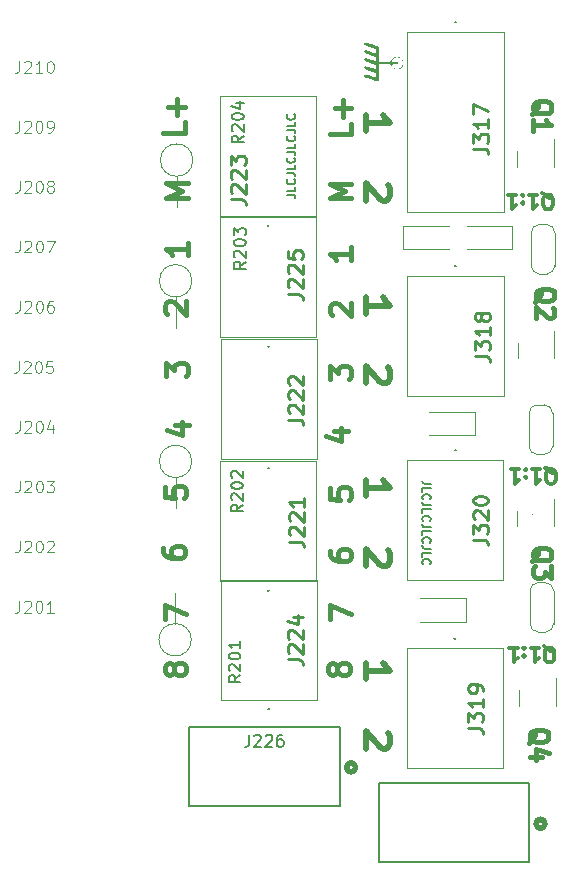
<source format=gbr>
%TF.GenerationSoftware,KiCad,Pcbnew,7.0.10*%
%TF.CreationDate,2024-07-22T09:22:49-04:00*%
%TF.ProjectId,12.X.1 - PLC Connector Combined.kicad_pcb_MERGED,31322e58-2e31-4202-9d20-504c4320436f,rev?*%
%TF.SameCoordinates,Original*%
%TF.FileFunction,Legend,Top*%
%TF.FilePolarity,Positive*%
%FSLAX46Y46*%
G04 Gerber Fmt 4.6, Leading zero omitted, Abs format (unit mm)*
G04 Created by KiCad (PCBNEW 7.0.10) date 2024-07-22 09:22:49*
%MOMM*%
%LPD*%
G01*
G04 APERTURE LIST*
%ADD10C,0.000000*%
%ADD11C,0.006614*%
%ADD12C,0.457200*%
%ADD13C,0.381000*%
%ADD14C,0.508000*%
%ADD15C,0.300000*%
%ADD16C,0.177800*%
%ADD17C,0.150000*%
%ADD18C,0.254000*%
%ADD19C,0.100000*%
%ADD20C,0.120000*%
%ADD21C,0.200000*%
%ADD22C,0.152400*%
G04 APERTURE END LIST*
D10*
G36*
X145858058Y-69779050D02*
G01*
X145884412Y-69781368D01*
X145914843Y-69785701D01*
X145949576Y-69792096D01*
X146032847Y-69811258D01*
X146136024Y-69839225D01*
X146260906Y-69876370D01*
X146409289Y-69923065D01*
X146975498Y-70108273D01*
X146991373Y-70753856D01*
X147007247Y-71399440D01*
X147504664Y-71399440D01*
X147583510Y-71399297D01*
X147653720Y-71398799D01*
X147715837Y-71397835D01*
X147770405Y-71396298D01*
X147795027Y-71395280D01*
X147817966Y-71394078D01*
X147839288Y-71392679D01*
X147859061Y-71391068D01*
X147877354Y-71389233D01*
X147894235Y-71387159D01*
X147909770Y-71384833D01*
X147924029Y-71382242D01*
X147937078Y-71379371D01*
X147948986Y-71376208D01*
X147959820Y-71372739D01*
X147969649Y-71368950D01*
X147978539Y-71364828D01*
X147986560Y-71360359D01*
X147993778Y-71355530D01*
X148000262Y-71350326D01*
X148006079Y-71344735D01*
X148011297Y-71338743D01*
X148015985Y-71332336D01*
X148020209Y-71325501D01*
X148024038Y-71318224D01*
X148027539Y-71310491D01*
X148030781Y-71302290D01*
X148033831Y-71293606D01*
X148039313Y-71277332D01*
X148045816Y-71261263D01*
X148053305Y-71245422D01*
X148061746Y-71229827D01*
X148081351Y-71199461D01*
X148104359Y-71170327D01*
X148130498Y-71142588D01*
X148159498Y-71116408D01*
X148191086Y-71091948D01*
X148224992Y-71069372D01*
X148260945Y-71048842D01*
X148298673Y-71030521D01*
X148337904Y-71014573D01*
X148378368Y-71001159D01*
X148419793Y-70990443D01*
X148461908Y-70982586D01*
X148504442Y-70977753D01*
X148536539Y-70976515D01*
X148547123Y-70976106D01*
X148576047Y-70976551D01*
X148603398Y-70977925D01*
X148629338Y-70980292D01*
X148654031Y-70983713D01*
X148677638Y-70988250D01*
X148700323Y-70993966D01*
X148722248Y-71000921D01*
X148743576Y-71009179D01*
X148764470Y-71018801D01*
X148785093Y-71029850D01*
X148805607Y-71042386D01*
X148826175Y-71056473D01*
X148846961Y-71072173D01*
X148868126Y-71089546D01*
X148889834Y-71108656D01*
X148912248Y-71129565D01*
X148934028Y-71151922D01*
X148953785Y-71173490D01*
X148971604Y-71194468D01*
X148987571Y-71215058D01*
X149001771Y-71235462D01*
X149014288Y-71255882D01*
X149025208Y-71276519D01*
X149034617Y-71297575D01*
X149042600Y-71319251D01*
X149049242Y-71341748D01*
X149054628Y-71365268D01*
X149058843Y-71390014D01*
X149061974Y-71416185D01*
X149064104Y-71443985D01*
X149065320Y-71473613D01*
X149065706Y-71505273D01*
X149065059Y-71533328D01*
X149063138Y-71560922D01*
X149059968Y-71588025D01*
X149055577Y-71614610D01*
X149049993Y-71640648D01*
X149043242Y-71666112D01*
X149035352Y-71690973D01*
X149026349Y-71715203D01*
X149016261Y-71738775D01*
X149005115Y-71761659D01*
X148992938Y-71783828D01*
X148979758Y-71805255D01*
X148965600Y-71825909D01*
X148950493Y-71845765D01*
X148934464Y-71864793D01*
X148917539Y-71882966D01*
X148899746Y-71900254D01*
X148881112Y-71916631D01*
X148861665Y-71932069D01*
X148841430Y-71946538D01*
X148820436Y-71960011D01*
X148798709Y-71972460D01*
X148776277Y-71983857D01*
X148753167Y-71994173D01*
X148729405Y-72003381D01*
X148705020Y-72011453D01*
X148680038Y-72018359D01*
X148654486Y-72024073D01*
X148628391Y-72028566D01*
X148601781Y-72031810D01*
X148574682Y-72033778D01*
X148547123Y-72034439D01*
X148525781Y-72034024D01*
X148504442Y-72032792D01*
X148483140Y-72030764D01*
X148461908Y-72027959D01*
X148440781Y-72024399D01*
X148419793Y-72020103D01*
X148398977Y-72015092D01*
X148378368Y-72009387D01*
X148357999Y-72003007D01*
X148337904Y-71995973D01*
X148318117Y-71988305D01*
X148298673Y-71980024D01*
X148279604Y-71971150D01*
X148260945Y-71961704D01*
X148242730Y-71951705D01*
X148224992Y-71941174D01*
X148207767Y-71930131D01*
X148191086Y-71918598D01*
X148174985Y-71906593D01*
X148159498Y-71894138D01*
X148144657Y-71881253D01*
X148130498Y-71867957D01*
X148117054Y-71854273D01*
X148104359Y-71840219D01*
X148092447Y-71825816D01*
X148081351Y-71811085D01*
X148071107Y-71796046D01*
X148061746Y-71780718D01*
X148053305Y-71765124D01*
X148045816Y-71749282D01*
X148039313Y-71733214D01*
X148033831Y-71716939D01*
X148027538Y-71700054D01*
X148020199Y-71685045D01*
X148011263Y-71671803D01*
X148008882Y-71669315D01*
X148060289Y-71669315D01*
X148060961Y-71674940D01*
X148062935Y-71681820D01*
X148066149Y-71689848D01*
X148070542Y-71698915D01*
X148076051Y-71708912D01*
X148082613Y-71719730D01*
X148090169Y-71731262D01*
X148098654Y-71743398D01*
X148108007Y-71756030D01*
X148118167Y-71769050D01*
X148129071Y-71782349D01*
X148140656Y-71795818D01*
X148152862Y-71809350D01*
X148165626Y-71822835D01*
X148178887Y-71836165D01*
X148192581Y-71849231D01*
X148210396Y-71867286D01*
X148228196Y-71883782D01*
X148246089Y-71898775D01*
X148264184Y-71912318D01*
X148282588Y-71924466D01*
X148301411Y-71935272D01*
X148320762Y-71944793D01*
X148340748Y-71953080D01*
X148361478Y-71960190D01*
X148383060Y-71966175D01*
X148405604Y-71971091D01*
X148429218Y-71974991D01*
X148454009Y-71977930D01*
X148480088Y-71979962D01*
X148507562Y-71981142D01*
X148536539Y-71981523D01*
X148565517Y-71981142D01*
X148592991Y-71979962D01*
X148619069Y-71977930D01*
X148643861Y-71974991D01*
X148667474Y-71971091D01*
X148690018Y-71966175D01*
X148711601Y-71960190D01*
X148732331Y-71953080D01*
X148752317Y-71944793D01*
X148771667Y-71935272D01*
X148790490Y-71924466D01*
X148808895Y-71912318D01*
X148826989Y-71898775D01*
X148844882Y-71883782D01*
X148862682Y-71867286D01*
X148880498Y-71849231D01*
X148898552Y-71831416D01*
X148915048Y-71813616D01*
X148930041Y-71795723D01*
X148943584Y-71777628D01*
X148955732Y-71759224D01*
X148966539Y-71740401D01*
X148976059Y-71721050D01*
X148984347Y-71701065D01*
X148991456Y-71680335D01*
X148997441Y-71658752D01*
X149002357Y-71636208D01*
X149006257Y-71612594D01*
X149009196Y-71587803D01*
X149011229Y-71561724D01*
X149012408Y-71534250D01*
X149012789Y-71505273D01*
X149012264Y-71477835D01*
X149010696Y-71451090D01*
X149008098Y-71425051D01*
X149004480Y-71399729D01*
X148999854Y-71375135D01*
X148994232Y-71351282D01*
X148987626Y-71328181D01*
X148980047Y-71305843D01*
X148971507Y-71284281D01*
X148962017Y-71263505D01*
X148951589Y-71243527D01*
X148940236Y-71224360D01*
X148927967Y-71206014D01*
X148914795Y-71188502D01*
X148900732Y-71171834D01*
X148885789Y-71156023D01*
X148869978Y-71141080D01*
X148853311Y-71127017D01*
X148835798Y-71113845D01*
X148817452Y-71101577D01*
X148798285Y-71090223D01*
X148778307Y-71079795D01*
X148757532Y-71070305D01*
X148735969Y-71061765D01*
X148713631Y-71054186D01*
X148690530Y-71047580D01*
X148666677Y-71041958D01*
X148642083Y-71037333D01*
X148616761Y-71033715D01*
X148590722Y-71031116D01*
X148563977Y-71029548D01*
X148536539Y-71029023D01*
X148507562Y-71029404D01*
X148480088Y-71030584D01*
X148454009Y-71032616D01*
X148429218Y-71035555D01*
X148405604Y-71039455D01*
X148383060Y-71044371D01*
X148361478Y-71050356D01*
X148340748Y-71057466D01*
X148320762Y-71065753D01*
X148301411Y-71075273D01*
X148282588Y-71086080D01*
X148264184Y-71098228D01*
X148246089Y-71111771D01*
X148228196Y-71126764D01*
X148210396Y-71143260D01*
X148192581Y-71161314D01*
X148178887Y-71174381D01*
X148165626Y-71187711D01*
X148152862Y-71201196D01*
X148140656Y-71214727D01*
X148129071Y-71228197D01*
X148118167Y-71241496D01*
X148108007Y-71254516D01*
X148098654Y-71267148D01*
X148090169Y-71279284D01*
X148082613Y-71290816D01*
X148076051Y-71301634D01*
X148070542Y-71311631D01*
X148066149Y-71320698D01*
X148062935Y-71328726D01*
X148061789Y-71332316D01*
X148060961Y-71335606D01*
X148060458Y-71338582D01*
X148060289Y-71341231D01*
X148060658Y-71343726D01*
X148061753Y-71346248D01*
X148066046Y-71351349D01*
X148073021Y-71356498D01*
X148082531Y-71361654D01*
X148094428Y-71366779D01*
X148108565Y-71371834D01*
X148124796Y-71376781D01*
X148142972Y-71381580D01*
X148162946Y-71386194D01*
X148184571Y-71390582D01*
X148232186Y-71398530D01*
X148284637Y-71405114D01*
X148340748Y-71410023D01*
X148376975Y-71412197D01*
X148410304Y-71414767D01*
X148425906Y-71416207D01*
X148440811Y-71417755D01*
X148455031Y-71419413D01*
X148468574Y-71421185D01*
X148481451Y-71423073D01*
X148493671Y-71425080D01*
X148505244Y-71427209D01*
X148516179Y-71429464D01*
X148526486Y-71431846D01*
X148536175Y-71434359D01*
X148545255Y-71437005D01*
X148553737Y-71439788D01*
X148561630Y-71442711D01*
X148568943Y-71445776D01*
X148575686Y-71448987D01*
X148581870Y-71452346D01*
X148587503Y-71455856D01*
X148592595Y-71459520D01*
X148597157Y-71463341D01*
X148601197Y-71467322D01*
X148604725Y-71471465D01*
X148607752Y-71475775D01*
X148610286Y-71480253D01*
X148612338Y-71484902D01*
X148613917Y-71489726D01*
X148615033Y-71494727D01*
X148615696Y-71499908D01*
X148615914Y-71505273D01*
X148615033Y-71515819D01*
X148612338Y-71525644D01*
X148607752Y-71534771D01*
X148601197Y-71543224D01*
X148592595Y-71551026D01*
X148581870Y-71558200D01*
X148568943Y-71564769D01*
X148553737Y-71570757D01*
X148536175Y-71576187D01*
X148516179Y-71581082D01*
X148493671Y-71585466D01*
X148468574Y-71589361D01*
X148440811Y-71592791D01*
X148410304Y-71595779D01*
X148376975Y-71598349D01*
X148340748Y-71600523D01*
X148312309Y-71602749D01*
X148284637Y-71605432D01*
X148257881Y-71608534D01*
X148232186Y-71612016D01*
X148207700Y-71615838D01*
X148184571Y-71619964D01*
X148162946Y-71624352D01*
X148142972Y-71628966D01*
X148124796Y-71633765D01*
X148108565Y-71638712D01*
X148094428Y-71643767D01*
X148082531Y-71648892D01*
X148077468Y-71651469D01*
X148073021Y-71654048D01*
X148069207Y-71656626D01*
X148066046Y-71659196D01*
X148063555Y-71661755D01*
X148061753Y-71664298D01*
X148060658Y-71666819D01*
X148060289Y-71669315D01*
X148008882Y-71669315D01*
X148000179Y-71660219D01*
X147986398Y-71650186D01*
X147969370Y-71641595D01*
X147948543Y-71634337D01*
X147923367Y-71628304D01*
X147893293Y-71623387D01*
X147857769Y-71619478D01*
X147816246Y-71616468D01*
X147768173Y-71614248D01*
X147650175Y-71611747D01*
X147499373Y-71611106D01*
X147001956Y-71611106D01*
X147001956Y-72299023D01*
X147001764Y-72398437D01*
X147001160Y-72488603D01*
X147000107Y-72569948D01*
X146998566Y-72642898D01*
X146996498Y-72707880D01*
X146993863Y-72765320D01*
X146990625Y-72815644D01*
X146986742Y-72859278D01*
X146984548Y-72878720D01*
X146982178Y-72896649D01*
X146979628Y-72913119D01*
X146976893Y-72928183D01*
X146973968Y-72941895D01*
X146970848Y-72954307D01*
X146967529Y-72965473D01*
X146964005Y-72975447D01*
X146960272Y-72984281D01*
X146956324Y-72992028D01*
X146952158Y-72998743D01*
X146947768Y-73004478D01*
X146943149Y-73009287D01*
X146938297Y-73013223D01*
X146933206Y-73016340D01*
X146927873Y-73018689D01*
X146915266Y-73021531D01*
X146897527Y-73022198D01*
X146848074Y-73017491D01*
X146782358Y-73005527D01*
X146703225Y-72987270D01*
X146613518Y-72963680D01*
X146516084Y-72935718D01*
X146309409Y-72870523D01*
X146105959Y-72799375D01*
X145928492Y-72729963D01*
X145856614Y-72698311D01*
X145799766Y-72669977D01*
X145760793Y-72645921D01*
X145748898Y-72635799D01*
X145742539Y-72627106D01*
X145740804Y-72619923D01*
X145739573Y-72612306D01*
X145738854Y-72604317D01*
X145738653Y-72596018D01*
X145738980Y-72587470D01*
X145739842Y-72578737D01*
X145741246Y-72569880D01*
X145743201Y-72560960D01*
X145745714Y-72552041D01*
X145748792Y-72543184D01*
X145752444Y-72534450D01*
X145756678Y-72525903D01*
X145761501Y-72517604D01*
X145766920Y-72509615D01*
X145772945Y-72501997D01*
X145776186Y-72498348D01*
X145779581Y-72494814D01*
X145793229Y-72486553D01*
X145814101Y-72481554D01*
X145841856Y-72479734D01*
X145876154Y-72481006D01*
X145916653Y-72485287D01*
X145963012Y-72492489D01*
X146071946Y-72515320D01*
X146200227Y-72548816D01*
X146345128Y-72592297D01*
X146503919Y-72645079D01*
X146673873Y-72706481D01*
X146681562Y-72709518D01*
X146685221Y-72710337D01*
X146688756Y-72710688D01*
X146692166Y-72710569D01*
X146695453Y-72709981D01*
X146698615Y-72708922D01*
X146701654Y-72707391D01*
X146704568Y-72705387D01*
X146707359Y-72702909D01*
X146712568Y-72696528D01*
X146717281Y-72688241D01*
X146721498Y-72678038D01*
X146725218Y-72665914D01*
X146728443Y-72651859D01*
X146731171Y-72635867D01*
X146733404Y-72617928D01*
X146735140Y-72598037D01*
X146736380Y-72576184D01*
X146737125Y-72552363D01*
X146737373Y-72526564D01*
X146737373Y-72320190D01*
X146255831Y-72166731D01*
X146170720Y-72138680D01*
X146093856Y-72111985D01*
X146058459Y-72099105D01*
X146025054Y-72086515D01*
X145993618Y-72074198D01*
X145964128Y-72062138D01*
X145936560Y-72050318D01*
X145910891Y-72038722D01*
X145887098Y-72027334D01*
X145865157Y-72016136D01*
X145845046Y-72005112D01*
X145826741Y-71994247D01*
X145810219Y-71983523D01*
X145795456Y-71972924D01*
X145782430Y-71962433D01*
X145771116Y-71952035D01*
X145761493Y-71941712D01*
X145753536Y-71931448D01*
X145747223Y-71921227D01*
X145742529Y-71911032D01*
X145739432Y-71900847D01*
X145737909Y-71890655D01*
X145737936Y-71880440D01*
X145739491Y-71870185D01*
X145742548Y-71859874D01*
X145747087Y-71849490D01*
X145753083Y-71839017D01*
X145760512Y-71828438D01*
X145769353Y-71817737D01*
X145779581Y-71806898D01*
X145793229Y-71798636D01*
X145814101Y-71793638D01*
X145841856Y-71791817D01*
X145876154Y-71793090D01*
X145916653Y-71797370D01*
X145963012Y-71804572D01*
X146071946Y-71827403D01*
X146200227Y-71860900D01*
X146345128Y-71904380D01*
X146503919Y-71957163D01*
X146673873Y-72018565D01*
X146681562Y-72021602D01*
X146685221Y-72022420D01*
X146688756Y-72022771D01*
X146692166Y-72022653D01*
X146695453Y-72022064D01*
X146698615Y-72021005D01*
X146701654Y-72019474D01*
X146704568Y-72017470D01*
X146707359Y-72014992D01*
X146712568Y-72008612D01*
X146717281Y-72000324D01*
X146721498Y-71990122D01*
X146725218Y-71977997D01*
X146728443Y-71963943D01*
X146731171Y-71947950D01*
X146733404Y-71930012D01*
X146735140Y-71910120D01*
X146736380Y-71888268D01*
X146737125Y-71864446D01*
X146737373Y-71838648D01*
X146737373Y-71632273D01*
X146255831Y-71478815D01*
X146170720Y-71450763D01*
X146093856Y-71424069D01*
X146058459Y-71411189D01*
X146025054Y-71398598D01*
X145993618Y-71386282D01*
X145964128Y-71374221D01*
X145936560Y-71362402D01*
X145910891Y-71350806D01*
X145887098Y-71339417D01*
X145865157Y-71328219D01*
X145845046Y-71317196D01*
X145826741Y-71306330D01*
X145810219Y-71295606D01*
X145795456Y-71285007D01*
X145782430Y-71274517D01*
X145771116Y-71264118D01*
X145761493Y-71253795D01*
X145753536Y-71243532D01*
X145747223Y-71233311D01*
X145742529Y-71223116D01*
X145739432Y-71212930D01*
X145737909Y-71202738D01*
X145737936Y-71192523D01*
X145739491Y-71182268D01*
X145742548Y-71171957D01*
X145747087Y-71161573D01*
X145753083Y-71151100D01*
X145760512Y-71140521D01*
X145769353Y-71129821D01*
X145779581Y-71118981D01*
X145793228Y-71110719D01*
X145814091Y-71105721D01*
X145841821Y-71103901D01*
X145876071Y-71105173D01*
X145916491Y-71109453D01*
X145962733Y-71116656D01*
X146071284Y-71139486D01*
X146198935Y-71172983D01*
X146342896Y-71216464D01*
X146500374Y-71269246D01*
X146668581Y-71330648D01*
X146677202Y-71333748D01*
X146681282Y-71334648D01*
X146685210Y-71335113D01*
X146688988Y-71335144D01*
X146692614Y-71334741D01*
X146696092Y-71333903D01*
X146699421Y-71332632D01*
X146702604Y-71330927D01*
X146705639Y-71328788D01*
X146708530Y-71326214D01*
X146711276Y-71323206D01*
X146713879Y-71319765D01*
X146716339Y-71315889D01*
X146720836Y-71306835D01*
X146724775Y-71296045D01*
X146728164Y-71283519D01*
X146731010Y-71269256D01*
X146733321Y-71253257D01*
X146735105Y-71235522D01*
X146736370Y-71216050D01*
X146737123Y-71194842D01*
X146737373Y-71171898D01*
X146737373Y-70986690D01*
X146255831Y-70812065D01*
X146171591Y-70781161D01*
X146095365Y-70751862D01*
X146026985Y-70724035D01*
X145995683Y-70710633D01*
X145966278Y-70697550D01*
X145938749Y-70684769D01*
X145913074Y-70672273D01*
X145889233Y-70660048D01*
X145867204Y-70648075D01*
X145846965Y-70636338D01*
X145828495Y-70624822D01*
X145811774Y-70613508D01*
X145796779Y-70602382D01*
X145783489Y-70591427D01*
X145771884Y-70580625D01*
X145761941Y-70569961D01*
X145753639Y-70559419D01*
X145746958Y-70548980D01*
X145741875Y-70538630D01*
X145738370Y-70528352D01*
X145736421Y-70518129D01*
X145736007Y-70507945D01*
X145737106Y-70497783D01*
X145739697Y-70487627D01*
X145743759Y-70477460D01*
X145749271Y-70467266D01*
X145756210Y-70457028D01*
X145764557Y-70446731D01*
X145774289Y-70436356D01*
X145783426Y-70429290D01*
X145795043Y-70423975D01*
X145809264Y-70420427D01*
X145826214Y-70418662D01*
X145846016Y-70418696D01*
X145868795Y-70420543D01*
X145894675Y-70424220D01*
X145923779Y-70429742D01*
X145956232Y-70437124D01*
X145992157Y-70446382D01*
X146074922Y-70470587D01*
X146173066Y-70502481D01*
X146287581Y-70542190D01*
X146737373Y-70706231D01*
X146737373Y-70309356D01*
X146255831Y-70155898D01*
X146170720Y-70127847D01*
X146093856Y-70101152D01*
X146058459Y-70088272D01*
X146025054Y-70075682D01*
X145993618Y-70063365D01*
X145964128Y-70051305D01*
X145936560Y-70039485D01*
X145910891Y-70027889D01*
X145887098Y-70016500D01*
X145865157Y-70005303D01*
X145845046Y-69994279D01*
X145826741Y-69983414D01*
X145810219Y-69972690D01*
X145795456Y-69962091D01*
X145782430Y-69951600D01*
X145771116Y-69941202D01*
X145761493Y-69930879D01*
X145753536Y-69920615D01*
X145747223Y-69910394D01*
X145742529Y-69900199D01*
X145739432Y-69890014D01*
X145737909Y-69879822D01*
X145737936Y-69869607D01*
X145739491Y-69859351D01*
X145742548Y-69849040D01*
X145747087Y-69838656D01*
X145753083Y-69828183D01*
X145760512Y-69817605D01*
X145769353Y-69806904D01*
X145779581Y-69796065D01*
X145788920Y-69789003D01*
X145801213Y-69783724D01*
X145816684Y-69780275D01*
X145835557Y-69778701D01*
X145858058Y-69779050D01*
G37*
D11*
X159964251Y-109670999D02*
X159931442Y-109649303D01*
D12*
X128858864Y-118597823D02*
X128858864Y-117378623D01*
X128858864Y-117378623D02*
X130687664Y-118162395D01*
X128858864Y-107392795D02*
X128858864Y-108263652D01*
X128858864Y-108263652D02*
X129729721Y-108350738D01*
X129729721Y-108350738D02*
X129642636Y-108263652D01*
X129642636Y-108263652D02*
X129555550Y-108089481D01*
X129555550Y-108089481D02*
X129555550Y-107654052D01*
X129555550Y-107654052D02*
X129642636Y-107479881D01*
X129642636Y-107479881D02*
X129729721Y-107392795D01*
X129729721Y-107392795D02*
X129903893Y-107305709D01*
X129903893Y-107305709D02*
X130339321Y-107305709D01*
X130339321Y-107305709D02*
X130513493Y-107392795D01*
X130513493Y-107392795D02*
X130600579Y-107479881D01*
X130600579Y-107479881D02*
X130687664Y-107654052D01*
X130687664Y-107654052D02*
X130687664Y-108089481D01*
X130687664Y-108089481D02*
X130600579Y-108263652D01*
X130600579Y-108263652D02*
X130513493Y-108350738D01*
D13*
X160188428Y-91717513D02*
X160261000Y-91572370D01*
X160261000Y-91572370D02*
X160406143Y-91427227D01*
X160406143Y-91427227D02*
X160623857Y-91209513D01*
X160623857Y-91209513D02*
X160696428Y-91064370D01*
X160696428Y-91064370D02*
X160696428Y-90919227D01*
X160333571Y-90991798D02*
X160406143Y-90846656D01*
X160406143Y-90846656D02*
X160551285Y-90701513D01*
X160551285Y-90701513D02*
X160841571Y-90628941D01*
X160841571Y-90628941D02*
X161349571Y-90628941D01*
X161349571Y-90628941D02*
X161639857Y-90701513D01*
X161639857Y-90701513D02*
X161785000Y-90846656D01*
X161785000Y-90846656D02*
X161857571Y-90991798D01*
X161857571Y-90991798D02*
X161857571Y-91282084D01*
X161857571Y-91282084D02*
X161785000Y-91427227D01*
X161785000Y-91427227D02*
X161639857Y-91572370D01*
X161639857Y-91572370D02*
X161349571Y-91644941D01*
X161349571Y-91644941D02*
X160841571Y-91644941D01*
X160841571Y-91644941D02*
X160551285Y-91572370D01*
X160551285Y-91572370D02*
X160406143Y-91427227D01*
X160406143Y-91427227D02*
X160333571Y-91282084D01*
X160333571Y-91282084D02*
X160333571Y-90991798D01*
X161712428Y-92225512D02*
X161785000Y-92298084D01*
X161785000Y-92298084D02*
X161857571Y-92443227D01*
X161857571Y-92443227D02*
X161857571Y-92806084D01*
X161857571Y-92806084D02*
X161785000Y-92951227D01*
X161785000Y-92951227D02*
X161712428Y-93023798D01*
X161712428Y-93023798D02*
X161567285Y-93096369D01*
X161567285Y-93096369D02*
X161422143Y-93096369D01*
X161422143Y-93096369D02*
X161204428Y-93023798D01*
X161204428Y-93023798D02*
X160333571Y-92152941D01*
X160333571Y-92152941D02*
X160333571Y-93096369D01*
D12*
X130814664Y-82910823D02*
X128985864Y-82910823D01*
X128985864Y-82910823D02*
X130292150Y-82301223D01*
X130292150Y-82301223D02*
X128985864Y-81691623D01*
X128985864Y-81691623D02*
X130814664Y-81691623D01*
D13*
X159934428Y-75842513D02*
X160007000Y-75697370D01*
X160007000Y-75697370D02*
X160152143Y-75552227D01*
X160152143Y-75552227D02*
X160369857Y-75334513D01*
X160369857Y-75334513D02*
X160442428Y-75189370D01*
X160442428Y-75189370D02*
X160442428Y-75044227D01*
X160079571Y-75116798D02*
X160152143Y-74971656D01*
X160152143Y-74971656D02*
X160297285Y-74826513D01*
X160297285Y-74826513D02*
X160587571Y-74753941D01*
X160587571Y-74753941D02*
X161095571Y-74753941D01*
X161095571Y-74753941D02*
X161385857Y-74826513D01*
X161385857Y-74826513D02*
X161531000Y-74971656D01*
X161531000Y-74971656D02*
X161603571Y-75116798D01*
X161603571Y-75116798D02*
X161603571Y-75407084D01*
X161603571Y-75407084D02*
X161531000Y-75552227D01*
X161531000Y-75552227D02*
X161385857Y-75697370D01*
X161385857Y-75697370D02*
X161095571Y-75769941D01*
X161095571Y-75769941D02*
X160587571Y-75769941D01*
X160587571Y-75769941D02*
X160297285Y-75697370D01*
X160297285Y-75697370D02*
X160152143Y-75552227D01*
X160152143Y-75552227D02*
X160079571Y-75407084D01*
X160079571Y-75407084D02*
X160079571Y-75116798D01*
X160079571Y-77221369D02*
X160079571Y-76350512D01*
X160079571Y-76785941D02*
X161603571Y-76785941D01*
X161603571Y-76785941D02*
X161385857Y-76640798D01*
X161385857Y-76640798D02*
X161240714Y-76495655D01*
X161240714Y-76495655D02*
X161168143Y-76350512D01*
D12*
X130814664Y-86731709D02*
X130814664Y-87776738D01*
X130814664Y-87254223D02*
X128985864Y-87254223D01*
X128985864Y-87254223D02*
X129247121Y-87428395D01*
X129247121Y-87428395D02*
X129421293Y-87602566D01*
X129421293Y-87602566D02*
X129508379Y-87776738D01*
X142828864Y-98277823D02*
X142828864Y-97145709D01*
X142828864Y-97145709D02*
X143525550Y-97755309D01*
X143525550Y-97755309D02*
X143525550Y-97494052D01*
X143525550Y-97494052D02*
X143612636Y-97319881D01*
X143612636Y-97319881D02*
X143699721Y-97232795D01*
X143699721Y-97232795D02*
X143873893Y-97145709D01*
X143873893Y-97145709D02*
X144309321Y-97145709D01*
X144309321Y-97145709D02*
X144483493Y-97232795D01*
X144483493Y-97232795D02*
X144570579Y-97319881D01*
X144570579Y-97319881D02*
X144657664Y-97494052D01*
X144657664Y-97494052D02*
X144657664Y-98016566D01*
X144657664Y-98016566D02*
X144570579Y-98190738D01*
X144570579Y-98190738D02*
X144483493Y-98277823D01*
X142828864Y-112813881D02*
X142828864Y-113162223D01*
X142828864Y-113162223D02*
X142915950Y-113336395D01*
X142915950Y-113336395D02*
X143003036Y-113423481D01*
X143003036Y-113423481D02*
X143264293Y-113597652D01*
X143264293Y-113597652D02*
X143612636Y-113684738D01*
X143612636Y-113684738D02*
X144309321Y-113684738D01*
X144309321Y-113684738D02*
X144483493Y-113597652D01*
X144483493Y-113597652D02*
X144570579Y-113510566D01*
X144570579Y-113510566D02*
X144657664Y-113336395D01*
X144657664Y-113336395D02*
X144657664Y-112988052D01*
X144657664Y-112988052D02*
X144570579Y-112813881D01*
X144570579Y-112813881D02*
X144483493Y-112726795D01*
X144483493Y-112726795D02*
X144309321Y-112639709D01*
X144309321Y-112639709D02*
X143873893Y-112639709D01*
X143873893Y-112639709D02*
X143699721Y-112726795D01*
X143699721Y-112726795D02*
X143612636Y-112813881D01*
X143612636Y-112813881D02*
X143525550Y-112988052D01*
X143525550Y-112988052D02*
X143525550Y-113336395D01*
X143525550Y-113336395D02*
X143612636Y-113510566D01*
X143612636Y-113510566D02*
X143699721Y-113597652D01*
X143699721Y-113597652D02*
X143873893Y-113684738D01*
D14*
X145924345Y-77255332D02*
X145924345Y-75890989D01*
X145924345Y-76573161D02*
X147956345Y-76573161D01*
X147956345Y-76573161D02*
X147666059Y-76345770D01*
X147666059Y-76345770D02*
X147472535Y-76118380D01*
X147472535Y-76118380D02*
X147375773Y-75890989D01*
X147762821Y-81803142D02*
X147859583Y-81916838D01*
X147859583Y-81916838D02*
X147956345Y-82144228D01*
X147956345Y-82144228D02*
X147956345Y-82712704D01*
X147956345Y-82712704D02*
X147859583Y-82940095D01*
X147859583Y-82940095D02*
X147762821Y-83053790D01*
X147762821Y-83053790D02*
X147569297Y-83167485D01*
X147569297Y-83167485D02*
X147375773Y-83167485D01*
X147375773Y-83167485D02*
X147085487Y-83053790D01*
X147085487Y-83053790D02*
X145924345Y-81689447D01*
X145924345Y-81689447D02*
X145924345Y-83167485D01*
X145924345Y-92717886D02*
X145924345Y-91353543D01*
X145924345Y-92035715D02*
X147956345Y-92035715D01*
X147956345Y-92035715D02*
X147666059Y-91808324D01*
X147666059Y-91808324D02*
X147472535Y-91580934D01*
X147472535Y-91580934D02*
X147375773Y-91353543D01*
X147762821Y-97265696D02*
X147859583Y-97379392D01*
X147859583Y-97379392D02*
X147956345Y-97606782D01*
X147956345Y-97606782D02*
X147956345Y-98175258D01*
X147956345Y-98175258D02*
X147859583Y-98402649D01*
X147859583Y-98402649D02*
X147762821Y-98516344D01*
X147762821Y-98516344D02*
X147569297Y-98630039D01*
X147569297Y-98630039D02*
X147375773Y-98630039D01*
X147375773Y-98630039D02*
X147085487Y-98516344D01*
X147085487Y-98516344D02*
X145924345Y-97152001D01*
X145924345Y-97152001D02*
X145924345Y-98630039D01*
X145924345Y-108180440D02*
X145924345Y-106816097D01*
X145924345Y-107498269D02*
X147956345Y-107498269D01*
X147956345Y-107498269D02*
X147666059Y-107270878D01*
X147666059Y-107270878D02*
X147472535Y-107043488D01*
X147472535Y-107043488D02*
X147375773Y-106816097D01*
X147762821Y-112728250D02*
X147859583Y-112841946D01*
X147859583Y-112841946D02*
X147956345Y-113069336D01*
X147956345Y-113069336D02*
X147956345Y-113637812D01*
X147956345Y-113637812D02*
X147859583Y-113865203D01*
X147859583Y-113865203D02*
X147762821Y-113978898D01*
X147762821Y-113978898D02*
X147569297Y-114092593D01*
X147569297Y-114092593D02*
X147375773Y-114092593D01*
X147375773Y-114092593D02*
X147085487Y-113978898D01*
X147085487Y-113978898D02*
X145924345Y-112614555D01*
X145924345Y-112614555D02*
X145924345Y-114092593D01*
X145924345Y-123642994D02*
X145924345Y-122278651D01*
X145924345Y-122960823D02*
X147956345Y-122960823D01*
X147956345Y-122960823D02*
X147666059Y-122733432D01*
X147666059Y-122733432D02*
X147472535Y-122506042D01*
X147472535Y-122506042D02*
X147375773Y-122278651D01*
X147762821Y-128190804D02*
X147859583Y-128304500D01*
X147859583Y-128304500D02*
X147956345Y-128531890D01*
X147956345Y-128531890D02*
X147956345Y-129100366D01*
X147956345Y-129100366D02*
X147859583Y-129327757D01*
X147859583Y-129327757D02*
X147762821Y-129441452D01*
X147762821Y-129441452D02*
X147569297Y-129555147D01*
X147569297Y-129555147D02*
X147375773Y-129555147D01*
X147375773Y-129555147D02*
X147085487Y-129441452D01*
X147085487Y-129441452D02*
X145924345Y-128077109D01*
X145924345Y-128077109D02*
X145924345Y-129555147D01*
D12*
X143003036Y-92856738D02*
X142915950Y-92769652D01*
X142915950Y-92769652D02*
X142828864Y-92595481D01*
X142828864Y-92595481D02*
X142828864Y-92160052D01*
X142828864Y-92160052D02*
X142915950Y-91985881D01*
X142915950Y-91985881D02*
X143003036Y-91898795D01*
X143003036Y-91898795D02*
X143177207Y-91811709D01*
X143177207Y-91811709D02*
X143351379Y-91811709D01*
X143351379Y-91811709D02*
X143612636Y-91898795D01*
X143612636Y-91898795D02*
X144657664Y-92943823D01*
X144657664Y-92943823D02*
X144657664Y-91811709D01*
X142828864Y-107519795D02*
X142828864Y-108390652D01*
X142828864Y-108390652D02*
X143699721Y-108477738D01*
X143699721Y-108477738D02*
X143612636Y-108390652D01*
X143612636Y-108390652D02*
X143525550Y-108216481D01*
X143525550Y-108216481D02*
X143525550Y-107781052D01*
X143525550Y-107781052D02*
X143612636Y-107606881D01*
X143612636Y-107606881D02*
X143699721Y-107519795D01*
X143699721Y-107519795D02*
X143873893Y-107432709D01*
X143873893Y-107432709D02*
X144309321Y-107432709D01*
X144309321Y-107432709D02*
X144483493Y-107519795D01*
X144483493Y-107519795D02*
X144570579Y-107606881D01*
X144570579Y-107606881D02*
X144657664Y-107781052D01*
X144657664Y-107781052D02*
X144657664Y-108216481D01*
X144657664Y-108216481D02*
X144570579Y-108390652D01*
X144570579Y-108390652D02*
X144483493Y-108477738D01*
X143184464Y-102653881D02*
X144403664Y-102653881D01*
X142487779Y-103089309D02*
X143794064Y-103524738D01*
X143794064Y-103524738D02*
X143794064Y-102392623D01*
D15*
X160957930Y-120871527D02*
X161076978Y-120931051D01*
X161076978Y-120931051D02*
X161196025Y-121050099D01*
X161196025Y-121050099D02*
X161374597Y-121228670D01*
X161374597Y-121228670D02*
X161493644Y-121288194D01*
X161493644Y-121288194D02*
X161612692Y-121288194D01*
X161553168Y-120990575D02*
X161672216Y-121050099D01*
X161672216Y-121050099D02*
X161791263Y-121169146D01*
X161791263Y-121169146D02*
X161850787Y-121407241D01*
X161850787Y-121407241D02*
X161850787Y-121823908D01*
X161850787Y-121823908D02*
X161791263Y-122062003D01*
X161791263Y-122062003D02*
X161672216Y-122181051D01*
X161672216Y-122181051D02*
X161553168Y-122240575D01*
X161553168Y-122240575D02*
X161315073Y-122240575D01*
X161315073Y-122240575D02*
X161196025Y-122181051D01*
X161196025Y-122181051D02*
X161076978Y-122062003D01*
X161076978Y-122062003D02*
X161017454Y-121823908D01*
X161017454Y-121823908D02*
X161017454Y-121407241D01*
X161017454Y-121407241D02*
X161076978Y-121169146D01*
X161076978Y-121169146D02*
X161196025Y-121050099D01*
X161196025Y-121050099D02*
X161315073Y-120990575D01*
X161315073Y-120990575D02*
X161553168Y-120990575D01*
X159826978Y-120990575D02*
X160541263Y-120990575D01*
X160184120Y-120990575D02*
X160184120Y-122240575D01*
X160184120Y-122240575D02*
X160303168Y-122062003D01*
X160303168Y-122062003D02*
X160422216Y-121942956D01*
X160422216Y-121942956D02*
X160541263Y-121883432D01*
X159291263Y-121109622D02*
X159231740Y-121050099D01*
X159231740Y-121050099D02*
X159291263Y-120990575D01*
X159291263Y-120990575D02*
X159350787Y-121050099D01*
X159350787Y-121050099D02*
X159291263Y-121109622D01*
X159291263Y-121109622D02*
X159291263Y-120990575D01*
X159291263Y-121764384D02*
X159231740Y-121704860D01*
X159231740Y-121704860D02*
X159291263Y-121645337D01*
X159291263Y-121645337D02*
X159350787Y-121704860D01*
X159350787Y-121704860D02*
X159291263Y-121764384D01*
X159291263Y-121764384D02*
X159291263Y-121645337D01*
X158041264Y-120990575D02*
X158755549Y-120990575D01*
X158398406Y-120990575D02*
X158398406Y-122240575D01*
X158398406Y-122240575D02*
X158517454Y-122062003D01*
X158517454Y-122062003D02*
X158636502Y-121942956D01*
X158636502Y-121942956D02*
X158755549Y-121883432D01*
D13*
X159680428Y-129055513D02*
X159753000Y-128910370D01*
X159753000Y-128910370D02*
X159898143Y-128765227D01*
X159898143Y-128765227D02*
X160115857Y-128547513D01*
X160115857Y-128547513D02*
X160188428Y-128402370D01*
X160188428Y-128402370D02*
X160188428Y-128257227D01*
X159825571Y-128329798D02*
X159898143Y-128184656D01*
X159898143Y-128184656D02*
X160043285Y-128039513D01*
X160043285Y-128039513D02*
X160333571Y-127966941D01*
X160333571Y-127966941D02*
X160841571Y-127966941D01*
X160841571Y-127966941D02*
X161131857Y-128039513D01*
X161131857Y-128039513D02*
X161277000Y-128184656D01*
X161277000Y-128184656D02*
X161349571Y-128329798D01*
X161349571Y-128329798D02*
X161349571Y-128620084D01*
X161349571Y-128620084D02*
X161277000Y-128765227D01*
X161277000Y-128765227D02*
X161131857Y-128910370D01*
X161131857Y-128910370D02*
X160841571Y-128982941D01*
X160841571Y-128982941D02*
X160333571Y-128982941D01*
X160333571Y-128982941D02*
X160043285Y-128910370D01*
X160043285Y-128910370D02*
X159898143Y-128765227D01*
X159898143Y-128765227D02*
X159825571Y-128620084D01*
X159825571Y-128620084D02*
X159825571Y-128329798D01*
X160841571Y-130289227D02*
X159825571Y-130289227D01*
X161422143Y-129926369D02*
X160333571Y-129563512D01*
X160333571Y-129563512D02*
X160333571Y-130506941D01*
D12*
X129642636Y-122988395D02*
X129555550Y-123162566D01*
X129555550Y-123162566D02*
X129468464Y-123249652D01*
X129468464Y-123249652D02*
X129294293Y-123336738D01*
X129294293Y-123336738D02*
X129207207Y-123336738D01*
X129207207Y-123336738D02*
X129033036Y-123249652D01*
X129033036Y-123249652D02*
X128945950Y-123162566D01*
X128945950Y-123162566D02*
X128858864Y-122988395D01*
X128858864Y-122988395D02*
X128858864Y-122640052D01*
X128858864Y-122640052D02*
X128945950Y-122465881D01*
X128945950Y-122465881D02*
X129033036Y-122378795D01*
X129033036Y-122378795D02*
X129207207Y-122291709D01*
X129207207Y-122291709D02*
X129294293Y-122291709D01*
X129294293Y-122291709D02*
X129468464Y-122378795D01*
X129468464Y-122378795D02*
X129555550Y-122465881D01*
X129555550Y-122465881D02*
X129642636Y-122640052D01*
X129642636Y-122640052D02*
X129642636Y-122988395D01*
X129642636Y-122988395D02*
X129729721Y-123162566D01*
X129729721Y-123162566D02*
X129816807Y-123249652D01*
X129816807Y-123249652D02*
X129990979Y-123336738D01*
X129990979Y-123336738D02*
X130339321Y-123336738D01*
X130339321Y-123336738D02*
X130513493Y-123249652D01*
X130513493Y-123249652D02*
X130600579Y-123162566D01*
X130600579Y-123162566D02*
X130687664Y-122988395D01*
X130687664Y-122988395D02*
X130687664Y-122640052D01*
X130687664Y-122640052D02*
X130600579Y-122465881D01*
X130600579Y-122465881D02*
X130513493Y-122378795D01*
X130513493Y-122378795D02*
X130339321Y-122291709D01*
X130339321Y-122291709D02*
X129990979Y-122291709D01*
X129990979Y-122291709D02*
X129816807Y-122378795D01*
X129816807Y-122378795D02*
X129729721Y-122465881D01*
X129729721Y-122465881D02*
X129642636Y-122640052D01*
X128985864Y-98023823D02*
X128985864Y-96891709D01*
X128985864Y-96891709D02*
X129682550Y-97501309D01*
X129682550Y-97501309D02*
X129682550Y-97240052D01*
X129682550Y-97240052D02*
X129769636Y-97065881D01*
X129769636Y-97065881D02*
X129856721Y-96978795D01*
X129856721Y-96978795D02*
X130030893Y-96891709D01*
X130030893Y-96891709D02*
X130466321Y-96891709D01*
X130466321Y-96891709D02*
X130640493Y-96978795D01*
X130640493Y-96978795D02*
X130727579Y-97065881D01*
X130727579Y-97065881D02*
X130814664Y-97240052D01*
X130814664Y-97240052D02*
X130814664Y-97762566D01*
X130814664Y-97762566D02*
X130727579Y-97936738D01*
X130727579Y-97936738D02*
X130640493Y-98023823D01*
X128731864Y-112559881D02*
X128731864Y-112908223D01*
X128731864Y-112908223D02*
X128818950Y-113082395D01*
X128818950Y-113082395D02*
X128906036Y-113169481D01*
X128906036Y-113169481D02*
X129167293Y-113343652D01*
X129167293Y-113343652D02*
X129515636Y-113430738D01*
X129515636Y-113430738D02*
X130212321Y-113430738D01*
X130212321Y-113430738D02*
X130386493Y-113343652D01*
X130386493Y-113343652D02*
X130473579Y-113256566D01*
X130473579Y-113256566D02*
X130560664Y-113082395D01*
X130560664Y-113082395D02*
X130560664Y-112734052D01*
X130560664Y-112734052D02*
X130473579Y-112559881D01*
X130473579Y-112559881D02*
X130386493Y-112472795D01*
X130386493Y-112472795D02*
X130212321Y-112385709D01*
X130212321Y-112385709D02*
X129776893Y-112385709D01*
X129776893Y-112385709D02*
X129602721Y-112472795D01*
X129602721Y-112472795D02*
X129515636Y-112559881D01*
X129515636Y-112559881D02*
X129428550Y-112734052D01*
X129428550Y-112734052D02*
X129428550Y-113082395D01*
X129428550Y-113082395D02*
X129515636Y-113256566D01*
X129515636Y-113256566D02*
X129602721Y-113343652D01*
X129602721Y-113343652D02*
X129776893Y-113430738D01*
X142828864Y-118597823D02*
X142828864Y-117378623D01*
X142828864Y-117378623D02*
X144657664Y-118162395D01*
X130560664Y-76517281D02*
X130560664Y-77388138D01*
X130560664Y-77388138D02*
X128731864Y-77388138D01*
X129863979Y-75907681D02*
X129863979Y-74514310D01*
X130560664Y-75210995D02*
X129167293Y-75210995D01*
X143485636Y-122988395D02*
X143398550Y-123162566D01*
X143398550Y-123162566D02*
X143311464Y-123249652D01*
X143311464Y-123249652D02*
X143137293Y-123336738D01*
X143137293Y-123336738D02*
X143050207Y-123336738D01*
X143050207Y-123336738D02*
X142876036Y-123249652D01*
X142876036Y-123249652D02*
X142788950Y-123162566D01*
X142788950Y-123162566D02*
X142701864Y-122988395D01*
X142701864Y-122988395D02*
X142701864Y-122640052D01*
X142701864Y-122640052D02*
X142788950Y-122465881D01*
X142788950Y-122465881D02*
X142876036Y-122378795D01*
X142876036Y-122378795D02*
X143050207Y-122291709D01*
X143050207Y-122291709D02*
X143137293Y-122291709D01*
X143137293Y-122291709D02*
X143311464Y-122378795D01*
X143311464Y-122378795D02*
X143398550Y-122465881D01*
X143398550Y-122465881D02*
X143485636Y-122640052D01*
X143485636Y-122640052D02*
X143485636Y-122988395D01*
X143485636Y-122988395D02*
X143572721Y-123162566D01*
X143572721Y-123162566D02*
X143659807Y-123249652D01*
X143659807Y-123249652D02*
X143833979Y-123336738D01*
X143833979Y-123336738D02*
X144182321Y-123336738D01*
X144182321Y-123336738D02*
X144356493Y-123249652D01*
X144356493Y-123249652D02*
X144443579Y-123162566D01*
X144443579Y-123162566D02*
X144530664Y-122988395D01*
X144530664Y-122988395D02*
X144530664Y-122640052D01*
X144530664Y-122640052D02*
X144443579Y-122465881D01*
X144443579Y-122465881D02*
X144356493Y-122378795D01*
X144356493Y-122378795D02*
X144182321Y-122291709D01*
X144182321Y-122291709D02*
X143833979Y-122291709D01*
X143833979Y-122291709D02*
X143659807Y-122378795D01*
X143659807Y-122378795D02*
X143572721Y-122465881D01*
X143572721Y-122465881D02*
X143485636Y-122640052D01*
X144657664Y-82934611D02*
X142828864Y-82934611D01*
X142828864Y-82934611D02*
X144135150Y-82325011D01*
X144135150Y-82325011D02*
X142828864Y-81715411D01*
X142828864Y-81715411D02*
X144657664Y-81715411D01*
X144657664Y-87112709D02*
X144657664Y-88157738D01*
X144657664Y-87635223D02*
X142828864Y-87635223D01*
X142828864Y-87635223D02*
X143090121Y-87809395D01*
X143090121Y-87809395D02*
X143264293Y-87983566D01*
X143264293Y-87983566D02*
X143351379Y-88157738D01*
D13*
X159934428Y-113688513D02*
X160007000Y-113543370D01*
X160007000Y-113543370D02*
X160152143Y-113398227D01*
X160152143Y-113398227D02*
X160369857Y-113180513D01*
X160369857Y-113180513D02*
X160442428Y-113035370D01*
X160442428Y-113035370D02*
X160442428Y-112890227D01*
X160079571Y-112962798D02*
X160152143Y-112817656D01*
X160152143Y-112817656D02*
X160297285Y-112672513D01*
X160297285Y-112672513D02*
X160587571Y-112599941D01*
X160587571Y-112599941D02*
X161095571Y-112599941D01*
X161095571Y-112599941D02*
X161385857Y-112672513D01*
X161385857Y-112672513D02*
X161531000Y-112817656D01*
X161531000Y-112817656D02*
X161603571Y-112962798D01*
X161603571Y-112962798D02*
X161603571Y-113253084D01*
X161603571Y-113253084D02*
X161531000Y-113398227D01*
X161531000Y-113398227D02*
X161385857Y-113543370D01*
X161385857Y-113543370D02*
X161095571Y-113615941D01*
X161095571Y-113615941D02*
X160587571Y-113615941D01*
X160587571Y-113615941D02*
X160297285Y-113543370D01*
X160297285Y-113543370D02*
X160152143Y-113398227D01*
X160152143Y-113398227D02*
X160079571Y-113253084D01*
X160079571Y-113253084D02*
X160079571Y-112962798D01*
X161603571Y-114123941D02*
X161603571Y-115067369D01*
X161603571Y-115067369D02*
X161023000Y-114559369D01*
X161023000Y-114559369D02*
X161023000Y-114777084D01*
X161023000Y-114777084D02*
X160950428Y-114922227D01*
X160950428Y-114922227D02*
X160877857Y-114994798D01*
X160877857Y-114994798D02*
X160732714Y-115067369D01*
X160732714Y-115067369D02*
X160369857Y-115067369D01*
X160369857Y-115067369D02*
X160224714Y-114994798D01*
X160224714Y-114994798D02*
X160152143Y-114922227D01*
X160152143Y-114922227D02*
X160079571Y-114777084D01*
X160079571Y-114777084D02*
X160079571Y-114341655D01*
X160079571Y-114341655D02*
X160152143Y-114196512D01*
X160152143Y-114196512D02*
X160224714Y-114123941D01*
D12*
X129033036Y-92729738D02*
X128945950Y-92642652D01*
X128945950Y-92642652D02*
X128858864Y-92468481D01*
X128858864Y-92468481D02*
X128858864Y-92033052D01*
X128858864Y-92033052D02*
X128945950Y-91858881D01*
X128945950Y-91858881D02*
X129033036Y-91771795D01*
X129033036Y-91771795D02*
X129207207Y-91684709D01*
X129207207Y-91684709D02*
X129381379Y-91684709D01*
X129381379Y-91684709D02*
X129642636Y-91771795D01*
X129642636Y-91771795D02*
X130687664Y-92816823D01*
X130687664Y-92816823D02*
X130687664Y-91684709D01*
D15*
X160830930Y-82517527D02*
X160949978Y-82577051D01*
X160949978Y-82577051D02*
X161069025Y-82696099D01*
X161069025Y-82696099D02*
X161247597Y-82874670D01*
X161247597Y-82874670D02*
X161366644Y-82934194D01*
X161366644Y-82934194D02*
X161485692Y-82934194D01*
X161426168Y-82636575D02*
X161545216Y-82696099D01*
X161545216Y-82696099D02*
X161664263Y-82815146D01*
X161664263Y-82815146D02*
X161723787Y-83053241D01*
X161723787Y-83053241D02*
X161723787Y-83469908D01*
X161723787Y-83469908D02*
X161664263Y-83708003D01*
X161664263Y-83708003D02*
X161545216Y-83827051D01*
X161545216Y-83827051D02*
X161426168Y-83886575D01*
X161426168Y-83886575D02*
X161188073Y-83886575D01*
X161188073Y-83886575D02*
X161069025Y-83827051D01*
X161069025Y-83827051D02*
X160949978Y-83708003D01*
X160949978Y-83708003D02*
X160890454Y-83469908D01*
X160890454Y-83469908D02*
X160890454Y-83053241D01*
X160890454Y-83053241D02*
X160949978Y-82815146D01*
X160949978Y-82815146D02*
X161069025Y-82696099D01*
X161069025Y-82696099D02*
X161188073Y-82636575D01*
X161188073Y-82636575D02*
X161426168Y-82636575D01*
X159699978Y-82636575D02*
X160414263Y-82636575D01*
X160057120Y-82636575D02*
X160057120Y-83886575D01*
X160057120Y-83886575D02*
X160176168Y-83708003D01*
X160176168Y-83708003D02*
X160295216Y-83588956D01*
X160295216Y-83588956D02*
X160414263Y-83529432D01*
X159164263Y-82755622D02*
X159104740Y-82696099D01*
X159104740Y-82696099D02*
X159164263Y-82636575D01*
X159164263Y-82636575D02*
X159223787Y-82696099D01*
X159223787Y-82696099D02*
X159164263Y-82755622D01*
X159164263Y-82755622D02*
X159164263Y-82636575D01*
X159164263Y-83410384D02*
X159104740Y-83350860D01*
X159104740Y-83350860D02*
X159164263Y-83291337D01*
X159164263Y-83291337D02*
X159223787Y-83350860D01*
X159223787Y-83350860D02*
X159164263Y-83410384D01*
X159164263Y-83410384D02*
X159164263Y-83291337D01*
X157914264Y-82636575D02*
X158628549Y-82636575D01*
X158271406Y-82636575D02*
X158271406Y-83886575D01*
X158271406Y-83886575D02*
X158390454Y-83708003D01*
X158390454Y-83708003D02*
X158509502Y-83588956D01*
X158509502Y-83588956D02*
X158628549Y-83529432D01*
D12*
X129722464Y-102145881D02*
X130941664Y-102145881D01*
X129025779Y-102581309D02*
X130332064Y-103016738D01*
X130332064Y-103016738D02*
X130332064Y-101884623D01*
X144657664Y-76644281D02*
X144657664Y-77515138D01*
X144657664Y-77515138D02*
X142828864Y-77515138D01*
X143960979Y-76034681D02*
X143960979Y-74641310D01*
X144657664Y-75337995D02*
X143264293Y-75337995D01*
D15*
X161084930Y-105758527D02*
X161203978Y-105818051D01*
X161203978Y-105818051D02*
X161323025Y-105937099D01*
X161323025Y-105937099D02*
X161501597Y-106115670D01*
X161501597Y-106115670D02*
X161620644Y-106175194D01*
X161620644Y-106175194D02*
X161739692Y-106175194D01*
X161680168Y-105877575D02*
X161799216Y-105937099D01*
X161799216Y-105937099D02*
X161918263Y-106056146D01*
X161918263Y-106056146D02*
X161977787Y-106294241D01*
X161977787Y-106294241D02*
X161977787Y-106710908D01*
X161977787Y-106710908D02*
X161918263Y-106949003D01*
X161918263Y-106949003D02*
X161799216Y-107068051D01*
X161799216Y-107068051D02*
X161680168Y-107127575D01*
X161680168Y-107127575D02*
X161442073Y-107127575D01*
X161442073Y-107127575D02*
X161323025Y-107068051D01*
X161323025Y-107068051D02*
X161203978Y-106949003D01*
X161203978Y-106949003D02*
X161144454Y-106710908D01*
X161144454Y-106710908D02*
X161144454Y-106294241D01*
X161144454Y-106294241D02*
X161203978Y-106056146D01*
X161203978Y-106056146D02*
X161323025Y-105937099D01*
X161323025Y-105937099D02*
X161442073Y-105877575D01*
X161442073Y-105877575D02*
X161680168Y-105877575D01*
X159953978Y-105877575D02*
X160668263Y-105877575D01*
X160311120Y-105877575D02*
X160311120Y-107127575D01*
X160311120Y-107127575D02*
X160430168Y-106949003D01*
X160430168Y-106949003D02*
X160549216Y-106829956D01*
X160549216Y-106829956D02*
X160668263Y-106770432D01*
X159418263Y-105996622D02*
X159358740Y-105937099D01*
X159358740Y-105937099D02*
X159418263Y-105877575D01*
X159418263Y-105877575D02*
X159477787Y-105937099D01*
X159477787Y-105937099D02*
X159418263Y-105996622D01*
X159418263Y-105996622D02*
X159418263Y-105877575D01*
X159418263Y-106651384D02*
X159358740Y-106591860D01*
X159358740Y-106591860D02*
X159418263Y-106532337D01*
X159418263Y-106532337D02*
X159477787Y-106591860D01*
X159477787Y-106591860D02*
X159418263Y-106651384D01*
X159418263Y-106651384D02*
X159418263Y-106532337D01*
X158168264Y-105877575D02*
X158882549Y-105877575D01*
X158525406Y-105877575D02*
X158525406Y-107127575D01*
X158525406Y-107127575D02*
X158644454Y-106949003D01*
X158644454Y-106949003D02*
X158763502Y-106829956D01*
X158763502Y-106829956D02*
X158882549Y-106770432D01*
D16*
X151374682Y-107122932D02*
X150866682Y-107122932D01*
X150866682Y-107122932D02*
X150765082Y-107089065D01*
X150765082Y-107089065D02*
X150697349Y-107021332D01*
X150697349Y-107021332D02*
X150663482Y-106919732D01*
X150663482Y-106919732D02*
X150663482Y-106851999D01*
X150663482Y-107800266D02*
X150663482Y-107461599D01*
X150663482Y-107461599D02*
X151374682Y-107461599D01*
X150731215Y-108443732D02*
X150697349Y-108409865D01*
X150697349Y-108409865D02*
X150663482Y-108308265D01*
X150663482Y-108308265D02*
X150663482Y-108240532D01*
X150663482Y-108240532D02*
X150697349Y-108138932D01*
X150697349Y-108138932D02*
X150765082Y-108071199D01*
X150765082Y-108071199D02*
X150832815Y-108037332D01*
X150832815Y-108037332D02*
X150968282Y-108003465D01*
X150968282Y-108003465D02*
X151069882Y-108003465D01*
X151069882Y-108003465D02*
X151205349Y-108037332D01*
X151205349Y-108037332D02*
X151273082Y-108071199D01*
X151273082Y-108071199D02*
X151340815Y-108138932D01*
X151340815Y-108138932D02*
X151374682Y-108240532D01*
X151374682Y-108240532D02*
X151374682Y-108308265D01*
X151374682Y-108308265D02*
X151340815Y-108409865D01*
X151340815Y-108409865D02*
X151306949Y-108443732D01*
X151374682Y-108951732D02*
X150866682Y-108951732D01*
X150866682Y-108951732D02*
X150765082Y-108917865D01*
X150765082Y-108917865D02*
X150697349Y-108850132D01*
X150697349Y-108850132D02*
X150663482Y-108748532D01*
X150663482Y-108748532D02*
X150663482Y-108680799D01*
X150663482Y-109629066D02*
X150663482Y-109290399D01*
X150663482Y-109290399D02*
X151374682Y-109290399D01*
X150731215Y-110272532D02*
X150697349Y-110238665D01*
X150697349Y-110238665D02*
X150663482Y-110137065D01*
X150663482Y-110137065D02*
X150663482Y-110069332D01*
X150663482Y-110069332D02*
X150697349Y-109967732D01*
X150697349Y-109967732D02*
X150765082Y-109899999D01*
X150765082Y-109899999D02*
X150832815Y-109866132D01*
X150832815Y-109866132D02*
X150968282Y-109832265D01*
X150968282Y-109832265D02*
X151069882Y-109832265D01*
X151069882Y-109832265D02*
X151205349Y-109866132D01*
X151205349Y-109866132D02*
X151273082Y-109899999D01*
X151273082Y-109899999D02*
X151340815Y-109967732D01*
X151340815Y-109967732D02*
X151374682Y-110069332D01*
X151374682Y-110069332D02*
X151374682Y-110137065D01*
X151374682Y-110137065D02*
X151340815Y-110238665D01*
X151340815Y-110238665D02*
X151306949Y-110272532D01*
X151374682Y-110780532D02*
X150866682Y-110780532D01*
X150866682Y-110780532D02*
X150765082Y-110746665D01*
X150765082Y-110746665D02*
X150697349Y-110678932D01*
X150697349Y-110678932D02*
X150663482Y-110577332D01*
X150663482Y-110577332D02*
X150663482Y-110509599D01*
X150663482Y-111457866D02*
X150663482Y-111119199D01*
X150663482Y-111119199D02*
X151374682Y-111119199D01*
X150731215Y-112101332D02*
X150697349Y-112067465D01*
X150697349Y-112067465D02*
X150663482Y-111965865D01*
X150663482Y-111965865D02*
X150663482Y-111898132D01*
X150663482Y-111898132D02*
X150697349Y-111796532D01*
X150697349Y-111796532D02*
X150765082Y-111728799D01*
X150765082Y-111728799D02*
X150832815Y-111694932D01*
X150832815Y-111694932D02*
X150968282Y-111661065D01*
X150968282Y-111661065D02*
X151069882Y-111661065D01*
X151069882Y-111661065D02*
X151205349Y-111694932D01*
X151205349Y-111694932D02*
X151273082Y-111728799D01*
X151273082Y-111728799D02*
X151340815Y-111796532D01*
X151340815Y-111796532D02*
X151374682Y-111898132D01*
X151374682Y-111898132D02*
X151374682Y-111965865D01*
X151374682Y-111965865D02*
X151340815Y-112067465D01*
X151340815Y-112067465D02*
X151306949Y-112101332D01*
X151374682Y-112609332D02*
X150866682Y-112609332D01*
X150866682Y-112609332D02*
X150765082Y-112575465D01*
X150765082Y-112575465D02*
X150697349Y-112507732D01*
X150697349Y-112507732D02*
X150663482Y-112406132D01*
X150663482Y-112406132D02*
X150663482Y-112338399D01*
X150663482Y-113286666D02*
X150663482Y-112947999D01*
X150663482Y-112947999D02*
X151374682Y-112947999D01*
X150731215Y-113930132D02*
X150697349Y-113896265D01*
X150697349Y-113896265D02*
X150663482Y-113794665D01*
X150663482Y-113794665D02*
X150663482Y-113726932D01*
X150663482Y-113726932D02*
X150697349Y-113625332D01*
X150697349Y-113625332D02*
X150765082Y-113557599D01*
X150765082Y-113557599D02*
X150832815Y-113523732D01*
X150832815Y-113523732D02*
X150968282Y-113489865D01*
X150968282Y-113489865D02*
X151069882Y-113489865D01*
X151069882Y-113489865D02*
X151205349Y-113523732D01*
X151205349Y-113523732D02*
X151273082Y-113557599D01*
X151273082Y-113557599D02*
X151340815Y-113625332D01*
X151340815Y-113625332D02*
X151374682Y-113726932D01*
X151374682Y-113726932D02*
X151374682Y-113794665D01*
X151374682Y-113794665D02*
X151340815Y-113896265D01*
X151340815Y-113896265D02*
X151306949Y-113930132D01*
X139179818Y-82665290D02*
X139687818Y-82665290D01*
X139687818Y-82665290D02*
X139789418Y-82699157D01*
X139789418Y-82699157D02*
X139857152Y-82766890D01*
X139857152Y-82766890D02*
X139891018Y-82868490D01*
X139891018Y-82868490D02*
X139891018Y-82936224D01*
X139891018Y-81987957D02*
X139891018Y-82326623D01*
X139891018Y-82326623D02*
X139179818Y-82326623D01*
X139823285Y-81344490D02*
X139857152Y-81378357D01*
X139857152Y-81378357D02*
X139891018Y-81479957D01*
X139891018Y-81479957D02*
X139891018Y-81547690D01*
X139891018Y-81547690D02*
X139857152Y-81649290D01*
X139857152Y-81649290D02*
X139789418Y-81717024D01*
X139789418Y-81717024D02*
X139721685Y-81750890D01*
X139721685Y-81750890D02*
X139586218Y-81784757D01*
X139586218Y-81784757D02*
X139484618Y-81784757D01*
X139484618Y-81784757D02*
X139349152Y-81750890D01*
X139349152Y-81750890D02*
X139281418Y-81717024D01*
X139281418Y-81717024D02*
X139213685Y-81649290D01*
X139213685Y-81649290D02*
X139179818Y-81547690D01*
X139179818Y-81547690D02*
X139179818Y-81479957D01*
X139179818Y-81479957D02*
X139213685Y-81378357D01*
X139213685Y-81378357D02*
X139247552Y-81344490D01*
X139179818Y-80836490D02*
X139687818Y-80836490D01*
X139687818Y-80836490D02*
X139789418Y-80870357D01*
X139789418Y-80870357D02*
X139857152Y-80938090D01*
X139857152Y-80938090D02*
X139891018Y-81039690D01*
X139891018Y-81039690D02*
X139891018Y-81107424D01*
X139891018Y-80159157D02*
X139891018Y-80497823D01*
X139891018Y-80497823D02*
X139179818Y-80497823D01*
X139823285Y-79515690D02*
X139857152Y-79549557D01*
X139857152Y-79549557D02*
X139891018Y-79651157D01*
X139891018Y-79651157D02*
X139891018Y-79718890D01*
X139891018Y-79718890D02*
X139857152Y-79820490D01*
X139857152Y-79820490D02*
X139789418Y-79888224D01*
X139789418Y-79888224D02*
X139721685Y-79922090D01*
X139721685Y-79922090D02*
X139586218Y-79955957D01*
X139586218Y-79955957D02*
X139484618Y-79955957D01*
X139484618Y-79955957D02*
X139349152Y-79922090D01*
X139349152Y-79922090D02*
X139281418Y-79888224D01*
X139281418Y-79888224D02*
X139213685Y-79820490D01*
X139213685Y-79820490D02*
X139179818Y-79718890D01*
X139179818Y-79718890D02*
X139179818Y-79651157D01*
X139179818Y-79651157D02*
X139213685Y-79549557D01*
X139213685Y-79549557D02*
X139247552Y-79515690D01*
X139179818Y-79007690D02*
X139687818Y-79007690D01*
X139687818Y-79007690D02*
X139789418Y-79041557D01*
X139789418Y-79041557D02*
X139857152Y-79109290D01*
X139857152Y-79109290D02*
X139891018Y-79210890D01*
X139891018Y-79210890D02*
X139891018Y-79278624D01*
X139891018Y-78330357D02*
X139891018Y-78669023D01*
X139891018Y-78669023D02*
X139179818Y-78669023D01*
X139823285Y-77686890D02*
X139857152Y-77720757D01*
X139857152Y-77720757D02*
X139891018Y-77822357D01*
X139891018Y-77822357D02*
X139891018Y-77890090D01*
X139891018Y-77890090D02*
X139857152Y-77991690D01*
X139857152Y-77991690D02*
X139789418Y-78059424D01*
X139789418Y-78059424D02*
X139721685Y-78093290D01*
X139721685Y-78093290D02*
X139586218Y-78127157D01*
X139586218Y-78127157D02*
X139484618Y-78127157D01*
X139484618Y-78127157D02*
X139349152Y-78093290D01*
X139349152Y-78093290D02*
X139281418Y-78059424D01*
X139281418Y-78059424D02*
X139213685Y-77991690D01*
X139213685Y-77991690D02*
X139179818Y-77890090D01*
X139179818Y-77890090D02*
X139179818Y-77822357D01*
X139179818Y-77822357D02*
X139213685Y-77720757D01*
X139213685Y-77720757D02*
X139247552Y-77686890D01*
X139179818Y-77178890D02*
X139687818Y-77178890D01*
X139687818Y-77178890D02*
X139789418Y-77212757D01*
X139789418Y-77212757D02*
X139857152Y-77280490D01*
X139857152Y-77280490D02*
X139891018Y-77382090D01*
X139891018Y-77382090D02*
X139891018Y-77449824D01*
X139891018Y-76501557D02*
X139891018Y-76840223D01*
X139891018Y-76840223D02*
X139179818Y-76840223D01*
X139823285Y-75858090D02*
X139857152Y-75891957D01*
X139857152Y-75891957D02*
X139891018Y-75993557D01*
X139891018Y-75993557D02*
X139891018Y-76061290D01*
X139891018Y-76061290D02*
X139857152Y-76162890D01*
X139857152Y-76162890D02*
X139789418Y-76230624D01*
X139789418Y-76230624D02*
X139721685Y-76264490D01*
X139721685Y-76264490D02*
X139586218Y-76298357D01*
X139586218Y-76298357D02*
X139484618Y-76298357D01*
X139484618Y-76298357D02*
X139349152Y-76264490D01*
X139349152Y-76264490D02*
X139281418Y-76230624D01*
X139281418Y-76230624D02*
X139213685Y-76162890D01*
X139213685Y-76162890D02*
X139179818Y-76061290D01*
X139179818Y-76061290D02*
X139179818Y-75993557D01*
X139179818Y-75993557D02*
X139213685Y-75891957D01*
X139213685Y-75891957D02*
X139247552Y-75858090D01*
D17*
X135713069Y-88336271D02*
X135236878Y-88669604D01*
X135713069Y-88907699D02*
X134713069Y-88907699D01*
X134713069Y-88907699D02*
X134713069Y-88526747D01*
X134713069Y-88526747D02*
X134760688Y-88431509D01*
X134760688Y-88431509D02*
X134808307Y-88383890D01*
X134808307Y-88383890D02*
X134903545Y-88336271D01*
X134903545Y-88336271D02*
X135046402Y-88336271D01*
X135046402Y-88336271D02*
X135141640Y-88383890D01*
X135141640Y-88383890D02*
X135189259Y-88431509D01*
X135189259Y-88431509D02*
X135236878Y-88526747D01*
X135236878Y-88526747D02*
X135236878Y-88907699D01*
X134808307Y-87955318D02*
X134760688Y-87907699D01*
X134760688Y-87907699D02*
X134713069Y-87812461D01*
X134713069Y-87812461D02*
X134713069Y-87574366D01*
X134713069Y-87574366D02*
X134760688Y-87479128D01*
X134760688Y-87479128D02*
X134808307Y-87431509D01*
X134808307Y-87431509D02*
X134903545Y-87383890D01*
X134903545Y-87383890D02*
X134998783Y-87383890D01*
X134998783Y-87383890D02*
X135141640Y-87431509D01*
X135141640Y-87431509D02*
X135713069Y-88002937D01*
X135713069Y-88002937D02*
X135713069Y-87383890D01*
X134713069Y-86764842D02*
X134713069Y-86669604D01*
X134713069Y-86669604D02*
X134760688Y-86574366D01*
X134760688Y-86574366D02*
X134808307Y-86526747D01*
X134808307Y-86526747D02*
X134903545Y-86479128D01*
X134903545Y-86479128D02*
X135094021Y-86431509D01*
X135094021Y-86431509D02*
X135332116Y-86431509D01*
X135332116Y-86431509D02*
X135522592Y-86479128D01*
X135522592Y-86479128D02*
X135617830Y-86526747D01*
X135617830Y-86526747D02*
X135665450Y-86574366D01*
X135665450Y-86574366D02*
X135713069Y-86669604D01*
X135713069Y-86669604D02*
X135713069Y-86764842D01*
X135713069Y-86764842D02*
X135665450Y-86860080D01*
X135665450Y-86860080D02*
X135617830Y-86907699D01*
X135617830Y-86907699D02*
X135522592Y-86955318D01*
X135522592Y-86955318D02*
X135332116Y-87002937D01*
X135332116Y-87002937D02*
X135094021Y-87002937D01*
X135094021Y-87002937D02*
X134903545Y-86955318D01*
X134903545Y-86955318D02*
X134808307Y-86907699D01*
X134808307Y-86907699D02*
X134760688Y-86860080D01*
X134760688Y-86860080D02*
X134713069Y-86764842D01*
X134713069Y-86098175D02*
X134713069Y-85479128D01*
X134713069Y-85479128D02*
X135094021Y-85812461D01*
X135094021Y-85812461D02*
X135094021Y-85669604D01*
X135094021Y-85669604D02*
X135141640Y-85574366D01*
X135141640Y-85574366D02*
X135189259Y-85526747D01*
X135189259Y-85526747D02*
X135284497Y-85479128D01*
X135284497Y-85479128D02*
X135522592Y-85479128D01*
X135522592Y-85479128D02*
X135617830Y-85526747D01*
X135617830Y-85526747D02*
X135665450Y-85574366D01*
X135665450Y-85574366D02*
X135713069Y-85669604D01*
X135713069Y-85669604D02*
X135713069Y-85955318D01*
X135713069Y-85955318D02*
X135665450Y-86050556D01*
X135665450Y-86050556D02*
X135617830Y-86098175D01*
D18*
X155122568Y-96317856D02*
X156029711Y-96317856D01*
X156029711Y-96317856D02*
X156211139Y-96378333D01*
X156211139Y-96378333D02*
X156332092Y-96499285D01*
X156332092Y-96499285D02*
X156392568Y-96680714D01*
X156392568Y-96680714D02*
X156392568Y-96801666D01*
X155122568Y-95834047D02*
X155122568Y-95047856D01*
X155122568Y-95047856D02*
X155606377Y-95471190D01*
X155606377Y-95471190D02*
X155606377Y-95289761D01*
X155606377Y-95289761D02*
X155666853Y-95168809D01*
X155666853Y-95168809D02*
X155727330Y-95108333D01*
X155727330Y-95108333D02*
X155848282Y-95047856D01*
X155848282Y-95047856D02*
X156150663Y-95047856D01*
X156150663Y-95047856D02*
X156271615Y-95108333D01*
X156271615Y-95108333D02*
X156332092Y-95168809D01*
X156332092Y-95168809D02*
X156392568Y-95289761D01*
X156392568Y-95289761D02*
X156392568Y-95652618D01*
X156392568Y-95652618D02*
X156332092Y-95773571D01*
X156332092Y-95773571D02*
X156271615Y-95834047D01*
X156392568Y-93838332D02*
X156392568Y-94564047D01*
X156392568Y-94201190D02*
X155122568Y-94201190D01*
X155122568Y-94201190D02*
X155303996Y-94322142D01*
X155303996Y-94322142D02*
X155424949Y-94443094D01*
X155424949Y-94443094D02*
X155485425Y-94564047D01*
X155666853Y-93112618D02*
X155606377Y-93233570D01*
X155606377Y-93233570D02*
X155545901Y-93294047D01*
X155545901Y-93294047D02*
X155424949Y-93354523D01*
X155424949Y-93354523D02*
X155364472Y-93354523D01*
X155364472Y-93354523D02*
X155243520Y-93294047D01*
X155243520Y-93294047D02*
X155183044Y-93233570D01*
X155183044Y-93233570D02*
X155122568Y-93112618D01*
X155122568Y-93112618D02*
X155122568Y-92870713D01*
X155122568Y-92870713D02*
X155183044Y-92749761D01*
X155183044Y-92749761D02*
X155243520Y-92689285D01*
X155243520Y-92689285D02*
X155364472Y-92628808D01*
X155364472Y-92628808D02*
X155424949Y-92628808D01*
X155424949Y-92628808D02*
X155545901Y-92689285D01*
X155545901Y-92689285D02*
X155606377Y-92749761D01*
X155606377Y-92749761D02*
X155666853Y-92870713D01*
X155666853Y-92870713D02*
X155666853Y-93112618D01*
X155666853Y-93112618D02*
X155727330Y-93233570D01*
X155727330Y-93233570D02*
X155787806Y-93294047D01*
X155787806Y-93294047D02*
X155908758Y-93354523D01*
X155908758Y-93354523D02*
X156150663Y-93354523D01*
X156150663Y-93354523D02*
X156271615Y-93294047D01*
X156271615Y-93294047D02*
X156332092Y-93233570D01*
X156332092Y-93233570D02*
X156392568Y-93112618D01*
X156392568Y-93112618D02*
X156392568Y-92870713D01*
X156392568Y-92870713D02*
X156332092Y-92749761D01*
X156332092Y-92749761D02*
X156271615Y-92689285D01*
X156271615Y-92689285D02*
X156150663Y-92628808D01*
X156150663Y-92628808D02*
X155908758Y-92628808D01*
X155908758Y-92628808D02*
X155787806Y-92689285D01*
X155787806Y-92689285D02*
X155727330Y-92749761D01*
X155727330Y-92749761D02*
X155666853Y-92870713D01*
D19*
X116564285Y-111941865D02*
X116564285Y-112656150D01*
X116564285Y-112656150D02*
X116516666Y-112799007D01*
X116516666Y-112799007D02*
X116421428Y-112894246D01*
X116421428Y-112894246D02*
X116278571Y-112941865D01*
X116278571Y-112941865D02*
X116183333Y-112941865D01*
X116992857Y-112037103D02*
X117040476Y-111989484D01*
X117040476Y-111989484D02*
X117135714Y-111941865D01*
X117135714Y-111941865D02*
X117373809Y-111941865D01*
X117373809Y-111941865D02*
X117469047Y-111989484D01*
X117469047Y-111989484D02*
X117516666Y-112037103D01*
X117516666Y-112037103D02*
X117564285Y-112132341D01*
X117564285Y-112132341D02*
X117564285Y-112227579D01*
X117564285Y-112227579D02*
X117516666Y-112370436D01*
X117516666Y-112370436D02*
X116945238Y-112941865D01*
X116945238Y-112941865D02*
X117564285Y-112941865D01*
X118183333Y-111941865D02*
X118278571Y-111941865D01*
X118278571Y-111941865D02*
X118373809Y-111989484D01*
X118373809Y-111989484D02*
X118421428Y-112037103D01*
X118421428Y-112037103D02*
X118469047Y-112132341D01*
X118469047Y-112132341D02*
X118516666Y-112322817D01*
X118516666Y-112322817D02*
X118516666Y-112560912D01*
X118516666Y-112560912D02*
X118469047Y-112751388D01*
X118469047Y-112751388D02*
X118421428Y-112846626D01*
X118421428Y-112846626D02*
X118373809Y-112894246D01*
X118373809Y-112894246D02*
X118278571Y-112941865D01*
X118278571Y-112941865D02*
X118183333Y-112941865D01*
X118183333Y-112941865D02*
X118088095Y-112894246D01*
X118088095Y-112894246D02*
X118040476Y-112846626D01*
X118040476Y-112846626D02*
X117992857Y-112751388D01*
X117992857Y-112751388D02*
X117945238Y-112560912D01*
X117945238Y-112560912D02*
X117945238Y-112322817D01*
X117945238Y-112322817D02*
X117992857Y-112132341D01*
X117992857Y-112132341D02*
X118040476Y-112037103D01*
X118040476Y-112037103D02*
X118088095Y-111989484D01*
X118088095Y-111989484D02*
X118183333Y-111941865D01*
X118897619Y-112037103D02*
X118945238Y-111989484D01*
X118945238Y-111989484D02*
X119040476Y-111941865D01*
X119040476Y-111941865D02*
X119278571Y-111941865D01*
X119278571Y-111941865D02*
X119373809Y-111989484D01*
X119373809Y-111989484D02*
X119421428Y-112037103D01*
X119421428Y-112037103D02*
X119469047Y-112132341D01*
X119469047Y-112132341D02*
X119469047Y-112227579D01*
X119469047Y-112227579D02*
X119421428Y-112370436D01*
X119421428Y-112370436D02*
X118850000Y-112941865D01*
X118850000Y-112941865D02*
X119469047Y-112941865D01*
X116544285Y-117029643D02*
X116544285Y-117743928D01*
X116544285Y-117743928D02*
X116496666Y-117886785D01*
X116496666Y-117886785D02*
X116401428Y-117982024D01*
X116401428Y-117982024D02*
X116258571Y-118029643D01*
X116258571Y-118029643D02*
X116163333Y-118029643D01*
X116972857Y-117124881D02*
X117020476Y-117077262D01*
X117020476Y-117077262D02*
X117115714Y-117029643D01*
X117115714Y-117029643D02*
X117353809Y-117029643D01*
X117353809Y-117029643D02*
X117449047Y-117077262D01*
X117449047Y-117077262D02*
X117496666Y-117124881D01*
X117496666Y-117124881D02*
X117544285Y-117220119D01*
X117544285Y-117220119D02*
X117544285Y-117315357D01*
X117544285Y-117315357D02*
X117496666Y-117458214D01*
X117496666Y-117458214D02*
X116925238Y-118029643D01*
X116925238Y-118029643D02*
X117544285Y-118029643D01*
X118163333Y-117029643D02*
X118258571Y-117029643D01*
X118258571Y-117029643D02*
X118353809Y-117077262D01*
X118353809Y-117077262D02*
X118401428Y-117124881D01*
X118401428Y-117124881D02*
X118449047Y-117220119D01*
X118449047Y-117220119D02*
X118496666Y-117410595D01*
X118496666Y-117410595D02*
X118496666Y-117648690D01*
X118496666Y-117648690D02*
X118449047Y-117839166D01*
X118449047Y-117839166D02*
X118401428Y-117934404D01*
X118401428Y-117934404D02*
X118353809Y-117982024D01*
X118353809Y-117982024D02*
X118258571Y-118029643D01*
X118258571Y-118029643D02*
X118163333Y-118029643D01*
X118163333Y-118029643D02*
X118068095Y-117982024D01*
X118068095Y-117982024D02*
X118020476Y-117934404D01*
X118020476Y-117934404D02*
X117972857Y-117839166D01*
X117972857Y-117839166D02*
X117925238Y-117648690D01*
X117925238Y-117648690D02*
X117925238Y-117410595D01*
X117925238Y-117410595D02*
X117972857Y-117220119D01*
X117972857Y-117220119D02*
X118020476Y-117124881D01*
X118020476Y-117124881D02*
X118068095Y-117077262D01*
X118068095Y-117077262D02*
X118163333Y-117029643D01*
X119449047Y-118029643D02*
X118877619Y-118029643D01*
X119163333Y-118029643D02*
X119163333Y-117029643D01*
X119163333Y-117029643D02*
X119068095Y-117172500D01*
X119068095Y-117172500D02*
X118972857Y-117267738D01*
X118972857Y-117267738D02*
X118877619Y-117315357D01*
D18*
X154992568Y-78757856D02*
X155899711Y-78757856D01*
X155899711Y-78757856D02*
X156081139Y-78818333D01*
X156081139Y-78818333D02*
X156202092Y-78939285D01*
X156202092Y-78939285D02*
X156262568Y-79120714D01*
X156262568Y-79120714D02*
X156262568Y-79241666D01*
X154992568Y-78274047D02*
X154992568Y-77487856D01*
X154992568Y-77487856D02*
X155476377Y-77911190D01*
X155476377Y-77911190D02*
X155476377Y-77729761D01*
X155476377Y-77729761D02*
X155536853Y-77608809D01*
X155536853Y-77608809D02*
X155597330Y-77548333D01*
X155597330Y-77548333D02*
X155718282Y-77487856D01*
X155718282Y-77487856D02*
X156020663Y-77487856D01*
X156020663Y-77487856D02*
X156141615Y-77548333D01*
X156141615Y-77548333D02*
X156202092Y-77608809D01*
X156202092Y-77608809D02*
X156262568Y-77729761D01*
X156262568Y-77729761D02*
X156262568Y-78092618D01*
X156262568Y-78092618D02*
X156202092Y-78213571D01*
X156202092Y-78213571D02*
X156141615Y-78274047D01*
X156262568Y-76278332D02*
X156262568Y-77004047D01*
X156262568Y-76641190D02*
X154992568Y-76641190D01*
X154992568Y-76641190D02*
X155173996Y-76762142D01*
X155173996Y-76762142D02*
X155294949Y-76883094D01*
X155294949Y-76883094D02*
X155355425Y-77004047D01*
X154992568Y-75854999D02*
X154992568Y-75008332D01*
X154992568Y-75008332D02*
X156262568Y-75552618D01*
D19*
X116564285Y-101796309D02*
X116564285Y-102510594D01*
X116564285Y-102510594D02*
X116516666Y-102653451D01*
X116516666Y-102653451D02*
X116421428Y-102748690D01*
X116421428Y-102748690D02*
X116278571Y-102796309D01*
X116278571Y-102796309D02*
X116183333Y-102796309D01*
X116992857Y-101891547D02*
X117040476Y-101843928D01*
X117040476Y-101843928D02*
X117135714Y-101796309D01*
X117135714Y-101796309D02*
X117373809Y-101796309D01*
X117373809Y-101796309D02*
X117469047Y-101843928D01*
X117469047Y-101843928D02*
X117516666Y-101891547D01*
X117516666Y-101891547D02*
X117564285Y-101986785D01*
X117564285Y-101986785D02*
X117564285Y-102082023D01*
X117564285Y-102082023D02*
X117516666Y-102224880D01*
X117516666Y-102224880D02*
X116945238Y-102796309D01*
X116945238Y-102796309D02*
X117564285Y-102796309D01*
X118183333Y-101796309D02*
X118278571Y-101796309D01*
X118278571Y-101796309D02*
X118373809Y-101843928D01*
X118373809Y-101843928D02*
X118421428Y-101891547D01*
X118421428Y-101891547D02*
X118469047Y-101986785D01*
X118469047Y-101986785D02*
X118516666Y-102177261D01*
X118516666Y-102177261D02*
X118516666Y-102415356D01*
X118516666Y-102415356D02*
X118469047Y-102605832D01*
X118469047Y-102605832D02*
X118421428Y-102701070D01*
X118421428Y-102701070D02*
X118373809Y-102748690D01*
X118373809Y-102748690D02*
X118278571Y-102796309D01*
X118278571Y-102796309D02*
X118183333Y-102796309D01*
X118183333Y-102796309D02*
X118088095Y-102748690D01*
X118088095Y-102748690D02*
X118040476Y-102701070D01*
X118040476Y-102701070D02*
X117992857Y-102605832D01*
X117992857Y-102605832D02*
X117945238Y-102415356D01*
X117945238Y-102415356D02*
X117945238Y-102177261D01*
X117945238Y-102177261D02*
X117992857Y-101986785D01*
X117992857Y-101986785D02*
X118040476Y-101891547D01*
X118040476Y-101891547D02*
X118088095Y-101843928D01*
X118088095Y-101843928D02*
X118183333Y-101796309D01*
X119373809Y-102129642D02*
X119373809Y-102796309D01*
X119135714Y-101748690D02*
X118897619Y-102462975D01*
X118897619Y-102462975D02*
X119516666Y-102462975D01*
X116544285Y-71329643D02*
X116544285Y-72043928D01*
X116544285Y-72043928D02*
X116496666Y-72186785D01*
X116496666Y-72186785D02*
X116401428Y-72282024D01*
X116401428Y-72282024D02*
X116258571Y-72329643D01*
X116258571Y-72329643D02*
X116163333Y-72329643D01*
X116972857Y-71424881D02*
X117020476Y-71377262D01*
X117020476Y-71377262D02*
X117115714Y-71329643D01*
X117115714Y-71329643D02*
X117353809Y-71329643D01*
X117353809Y-71329643D02*
X117449047Y-71377262D01*
X117449047Y-71377262D02*
X117496666Y-71424881D01*
X117496666Y-71424881D02*
X117544285Y-71520119D01*
X117544285Y-71520119D02*
X117544285Y-71615357D01*
X117544285Y-71615357D02*
X117496666Y-71758214D01*
X117496666Y-71758214D02*
X116925238Y-72329643D01*
X116925238Y-72329643D02*
X117544285Y-72329643D01*
X118496666Y-72329643D02*
X117925238Y-72329643D01*
X118210952Y-72329643D02*
X118210952Y-71329643D01*
X118210952Y-71329643D02*
X118115714Y-71472500D01*
X118115714Y-71472500D02*
X118020476Y-71567738D01*
X118020476Y-71567738D02*
X117925238Y-71615357D01*
X119115714Y-71329643D02*
X119210952Y-71329643D01*
X119210952Y-71329643D02*
X119306190Y-71377262D01*
X119306190Y-71377262D02*
X119353809Y-71424881D01*
X119353809Y-71424881D02*
X119401428Y-71520119D01*
X119401428Y-71520119D02*
X119449047Y-71710595D01*
X119449047Y-71710595D02*
X119449047Y-71948690D01*
X119449047Y-71948690D02*
X119401428Y-72139166D01*
X119401428Y-72139166D02*
X119353809Y-72234404D01*
X119353809Y-72234404D02*
X119306190Y-72282024D01*
X119306190Y-72282024D02*
X119210952Y-72329643D01*
X119210952Y-72329643D02*
X119115714Y-72329643D01*
X119115714Y-72329643D02*
X119020476Y-72282024D01*
X119020476Y-72282024D02*
X118972857Y-72234404D01*
X118972857Y-72234404D02*
X118925238Y-72139166D01*
X118925238Y-72139166D02*
X118877619Y-71948690D01*
X118877619Y-71948690D02*
X118877619Y-71710595D01*
X118877619Y-71710595D02*
X118925238Y-71520119D01*
X118925238Y-71520119D02*
X118972857Y-71424881D01*
X118972857Y-71424881D02*
X119020476Y-71377262D01*
X119020476Y-71377262D02*
X119115714Y-71329643D01*
D18*
X139322568Y-101690080D02*
X140229711Y-101690080D01*
X140229711Y-101690080D02*
X140411139Y-101750557D01*
X140411139Y-101750557D02*
X140532092Y-101871509D01*
X140532092Y-101871509D02*
X140592568Y-102052938D01*
X140592568Y-102052938D02*
X140592568Y-102173890D01*
X139443520Y-101145795D02*
X139383044Y-101085319D01*
X139383044Y-101085319D02*
X139322568Y-100964366D01*
X139322568Y-100964366D02*
X139322568Y-100661985D01*
X139322568Y-100661985D02*
X139383044Y-100541033D01*
X139383044Y-100541033D02*
X139443520Y-100480557D01*
X139443520Y-100480557D02*
X139564472Y-100420080D01*
X139564472Y-100420080D02*
X139685425Y-100420080D01*
X139685425Y-100420080D02*
X139866853Y-100480557D01*
X139866853Y-100480557D02*
X140592568Y-101206271D01*
X140592568Y-101206271D02*
X140592568Y-100420080D01*
X139443520Y-99936271D02*
X139383044Y-99875795D01*
X139383044Y-99875795D02*
X139322568Y-99754842D01*
X139322568Y-99754842D02*
X139322568Y-99452461D01*
X139322568Y-99452461D02*
X139383044Y-99331509D01*
X139383044Y-99331509D02*
X139443520Y-99271033D01*
X139443520Y-99271033D02*
X139564472Y-99210556D01*
X139564472Y-99210556D02*
X139685425Y-99210556D01*
X139685425Y-99210556D02*
X139866853Y-99271033D01*
X139866853Y-99271033D02*
X140592568Y-99996747D01*
X140592568Y-99996747D02*
X140592568Y-99210556D01*
X139443520Y-98726747D02*
X139383044Y-98666271D01*
X139383044Y-98666271D02*
X139322568Y-98545318D01*
X139322568Y-98545318D02*
X139322568Y-98242937D01*
X139322568Y-98242937D02*
X139383044Y-98121985D01*
X139383044Y-98121985D02*
X139443520Y-98061509D01*
X139443520Y-98061509D02*
X139564472Y-98001032D01*
X139564472Y-98001032D02*
X139685425Y-98001032D01*
X139685425Y-98001032D02*
X139866853Y-98061509D01*
X139866853Y-98061509D02*
X140592568Y-98787223D01*
X140592568Y-98787223D02*
X140592568Y-98001032D01*
D19*
X116574285Y-91630753D02*
X116574285Y-92345038D01*
X116574285Y-92345038D02*
X116526666Y-92487895D01*
X116526666Y-92487895D02*
X116431428Y-92583134D01*
X116431428Y-92583134D02*
X116288571Y-92630753D01*
X116288571Y-92630753D02*
X116193333Y-92630753D01*
X117002857Y-91725991D02*
X117050476Y-91678372D01*
X117050476Y-91678372D02*
X117145714Y-91630753D01*
X117145714Y-91630753D02*
X117383809Y-91630753D01*
X117383809Y-91630753D02*
X117479047Y-91678372D01*
X117479047Y-91678372D02*
X117526666Y-91725991D01*
X117526666Y-91725991D02*
X117574285Y-91821229D01*
X117574285Y-91821229D02*
X117574285Y-91916467D01*
X117574285Y-91916467D02*
X117526666Y-92059324D01*
X117526666Y-92059324D02*
X116955238Y-92630753D01*
X116955238Y-92630753D02*
X117574285Y-92630753D01*
X118193333Y-91630753D02*
X118288571Y-91630753D01*
X118288571Y-91630753D02*
X118383809Y-91678372D01*
X118383809Y-91678372D02*
X118431428Y-91725991D01*
X118431428Y-91725991D02*
X118479047Y-91821229D01*
X118479047Y-91821229D02*
X118526666Y-92011705D01*
X118526666Y-92011705D02*
X118526666Y-92249800D01*
X118526666Y-92249800D02*
X118479047Y-92440276D01*
X118479047Y-92440276D02*
X118431428Y-92535514D01*
X118431428Y-92535514D02*
X118383809Y-92583134D01*
X118383809Y-92583134D02*
X118288571Y-92630753D01*
X118288571Y-92630753D02*
X118193333Y-92630753D01*
X118193333Y-92630753D02*
X118098095Y-92583134D01*
X118098095Y-92583134D02*
X118050476Y-92535514D01*
X118050476Y-92535514D02*
X118002857Y-92440276D01*
X118002857Y-92440276D02*
X117955238Y-92249800D01*
X117955238Y-92249800D02*
X117955238Y-92011705D01*
X117955238Y-92011705D02*
X118002857Y-91821229D01*
X118002857Y-91821229D02*
X118050476Y-91725991D01*
X118050476Y-91725991D02*
X118098095Y-91678372D01*
X118098095Y-91678372D02*
X118193333Y-91630753D01*
X119383809Y-91630753D02*
X119193333Y-91630753D01*
X119193333Y-91630753D02*
X119098095Y-91678372D01*
X119098095Y-91678372D02*
X119050476Y-91725991D01*
X119050476Y-91725991D02*
X118955238Y-91868848D01*
X118955238Y-91868848D02*
X118907619Y-92059324D01*
X118907619Y-92059324D02*
X118907619Y-92440276D01*
X118907619Y-92440276D02*
X118955238Y-92535514D01*
X118955238Y-92535514D02*
X119002857Y-92583134D01*
X119002857Y-92583134D02*
X119098095Y-92630753D01*
X119098095Y-92630753D02*
X119288571Y-92630753D01*
X119288571Y-92630753D02*
X119383809Y-92583134D01*
X119383809Y-92583134D02*
X119431428Y-92535514D01*
X119431428Y-92535514D02*
X119479047Y-92440276D01*
X119479047Y-92440276D02*
X119479047Y-92202181D01*
X119479047Y-92202181D02*
X119431428Y-92106943D01*
X119431428Y-92106943D02*
X119383809Y-92059324D01*
X119383809Y-92059324D02*
X119288571Y-92011705D01*
X119288571Y-92011705D02*
X119098095Y-92011705D01*
X119098095Y-92011705D02*
X119002857Y-92059324D01*
X119002857Y-92059324D02*
X118955238Y-92106943D01*
X118955238Y-92106943D02*
X118907619Y-92202181D01*
D17*
X135473069Y-108896271D02*
X134996878Y-109229604D01*
X135473069Y-109467699D02*
X134473069Y-109467699D01*
X134473069Y-109467699D02*
X134473069Y-109086747D01*
X134473069Y-109086747D02*
X134520688Y-108991509D01*
X134520688Y-108991509D02*
X134568307Y-108943890D01*
X134568307Y-108943890D02*
X134663545Y-108896271D01*
X134663545Y-108896271D02*
X134806402Y-108896271D01*
X134806402Y-108896271D02*
X134901640Y-108943890D01*
X134901640Y-108943890D02*
X134949259Y-108991509D01*
X134949259Y-108991509D02*
X134996878Y-109086747D01*
X134996878Y-109086747D02*
X134996878Y-109467699D01*
X134568307Y-108515318D02*
X134520688Y-108467699D01*
X134520688Y-108467699D02*
X134473069Y-108372461D01*
X134473069Y-108372461D02*
X134473069Y-108134366D01*
X134473069Y-108134366D02*
X134520688Y-108039128D01*
X134520688Y-108039128D02*
X134568307Y-107991509D01*
X134568307Y-107991509D02*
X134663545Y-107943890D01*
X134663545Y-107943890D02*
X134758783Y-107943890D01*
X134758783Y-107943890D02*
X134901640Y-107991509D01*
X134901640Y-107991509D02*
X135473069Y-108562937D01*
X135473069Y-108562937D02*
X135473069Y-107943890D01*
X134473069Y-107324842D02*
X134473069Y-107229604D01*
X134473069Y-107229604D02*
X134520688Y-107134366D01*
X134520688Y-107134366D02*
X134568307Y-107086747D01*
X134568307Y-107086747D02*
X134663545Y-107039128D01*
X134663545Y-107039128D02*
X134854021Y-106991509D01*
X134854021Y-106991509D02*
X135092116Y-106991509D01*
X135092116Y-106991509D02*
X135282592Y-107039128D01*
X135282592Y-107039128D02*
X135377830Y-107086747D01*
X135377830Y-107086747D02*
X135425450Y-107134366D01*
X135425450Y-107134366D02*
X135473069Y-107229604D01*
X135473069Y-107229604D02*
X135473069Y-107324842D01*
X135473069Y-107324842D02*
X135425450Y-107420080D01*
X135425450Y-107420080D02*
X135377830Y-107467699D01*
X135377830Y-107467699D02*
X135282592Y-107515318D01*
X135282592Y-107515318D02*
X135092116Y-107562937D01*
X135092116Y-107562937D02*
X134854021Y-107562937D01*
X134854021Y-107562937D02*
X134663545Y-107515318D01*
X134663545Y-107515318D02*
X134568307Y-107467699D01*
X134568307Y-107467699D02*
X134520688Y-107420080D01*
X134520688Y-107420080D02*
X134473069Y-107324842D01*
X134568307Y-106610556D02*
X134520688Y-106562937D01*
X134520688Y-106562937D02*
X134473069Y-106467699D01*
X134473069Y-106467699D02*
X134473069Y-106229604D01*
X134473069Y-106229604D02*
X134520688Y-106134366D01*
X134520688Y-106134366D02*
X134568307Y-106086747D01*
X134568307Y-106086747D02*
X134663545Y-106039128D01*
X134663545Y-106039128D02*
X134758783Y-106039128D01*
X134758783Y-106039128D02*
X134901640Y-106086747D01*
X134901640Y-106086747D02*
X135473069Y-106658175D01*
X135473069Y-106658175D02*
X135473069Y-106039128D01*
D19*
X116574285Y-86542975D02*
X116574285Y-87257260D01*
X116574285Y-87257260D02*
X116526666Y-87400117D01*
X116526666Y-87400117D02*
X116431428Y-87495356D01*
X116431428Y-87495356D02*
X116288571Y-87542975D01*
X116288571Y-87542975D02*
X116193333Y-87542975D01*
X117002857Y-86638213D02*
X117050476Y-86590594D01*
X117050476Y-86590594D02*
X117145714Y-86542975D01*
X117145714Y-86542975D02*
X117383809Y-86542975D01*
X117383809Y-86542975D02*
X117479047Y-86590594D01*
X117479047Y-86590594D02*
X117526666Y-86638213D01*
X117526666Y-86638213D02*
X117574285Y-86733451D01*
X117574285Y-86733451D02*
X117574285Y-86828689D01*
X117574285Y-86828689D02*
X117526666Y-86971546D01*
X117526666Y-86971546D02*
X116955238Y-87542975D01*
X116955238Y-87542975D02*
X117574285Y-87542975D01*
X118193333Y-86542975D02*
X118288571Y-86542975D01*
X118288571Y-86542975D02*
X118383809Y-86590594D01*
X118383809Y-86590594D02*
X118431428Y-86638213D01*
X118431428Y-86638213D02*
X118479047Y-86733451D01*
X118479047Y-86733451D02*
X118526666Y-86923927D01*
X118526666Y-86923927D02*
X118526666Y-87162022D01*
X118526666Y-87162022D02*
X118479047Y-87352498D01*
X118479047Y-87352498D02*
X118431428Y-87447736D01*
X118431428Y-87447736D02*
X118383809Y-87495356D01*
X118383809Y-87495356D02*
X118288571Y-87542975D01*
X118288571Y-87542975D02*
X118193333Y-87542975D01*
X118193333Y-87542975D02*
X118098095Y-87495356D01*
X118098095Y-87495356D02*
X118050476Y-87447736D01*
X118050476Y-87447736D02*
X118002857Y-87352498D01*
X118002857Y-87352498D02*
X117955238Y-87162022D01*
X117955238Y-87162022D02*
X117955238Y-86923927D01*
X117955238Y-86923927D02*
X118002857Y-86733451D01*
X118002857Y-86733451D02*
X118050476Y-86638213D01*
X118050476Y-86638213D02*
X118098095Y-86590594D01*
X118098095Y-86590594D02*
X118193333Y-86542975D01*
X118860000Y-86542975D02*
X119526666Y-86542975D01*
X119526666Y-86542975D02*
X119098095Y-87542975D01*
D17*
X135273069Y-123336271D02*
X134796878Y-123669604D01*
X135273069Y-123907699D02*
X134273069Y-123907699D01*
X134273069Y-123907699D02*
X134273069Y-123526747D01*
X134273069Y-123526747D02*
X134320688Y-123431509D01*
X134320688Y-123431509D02*
X134368307Y-123383890D01*
X134368307Y-123383890D02*
X134463545Y-123336271D01*
X134463545Y-123336271D02*
X134606402Y-123336271D01*
X134606402Y-123336271D02*
X134701640Y-123383890D01*
X134701640Y-123383890D02*
X134749259Y-123431509D01*
X134749259Y-123431509D02*
X134796878Y-123526747D01*
X134796878Y-123526747D02*
X134796878Y-123907699D01*
X134368307Y-122955318D02*
X134320688Y-122907699D01*
X134320688Y-122907699D02*
X134273069Y-122812461D01*
X134273069Y-122812461D02*
X134273069Y-122574366D01*
X134273069Y-122574366D02*
X134320688Y-122479128D01*
X134320688Y-122479128D02*
X134368307Y-122431509D01*
X134368307Y-122431509D02*
X134463545Y-122383890D01*
X134463545Y-122383890D02*
X134558783Y-122383890D01*
X134558783Y-122383890D02*
X134701640Y-122431509D01*
X134701640Y-122431509D02*
X135273069Y-123002937D01*
X135273069Y-123002937D02*
X135273069Y-122383890D01*
X134273069Y-121764842D02*
X134273069Y-121669604D01*
X134273069Y-121669604D02*
X134320688Y-121574366D01*
X134320688Y-121574366D02*
X134368307Y-121526747D01*
X134368307Y-121526747D02*
X134463545Y-121479128D01*
X134463545Y-121479128D02*
X134654021Y-121431509D01*
X134654021Y-121431509D02*
X134892116Y-121431509D01*
X134892116Y-121431509D02*
X135082592Y-121479128D01*
X135082592Y-121479128D02*
X135177830Y-121526747D01*
X135177830Y-121526747D02*
X135225450Y-121574366D01*
X135225450Y-121574366D02*
X135273069Y-121669604D01*
X135273069Y-121669604D02*
X135273069Y-121764842D01*
X135273069Y-121764842D02*
X135225450Y-121860080D01*
X135225450Y-121860080D02*
X135177830Y-121907699D01*
X135177830Y-121907699D02*
X135082592Y-121955318D01*
X135082592Y-121955318D02*
X134892116Y-122002937D01*
X134892116Y-122002937D02*
X134654021Y-122002937D01*
X134654021Y-122002937D02*
X134463545Y-121955318D01*
X134463545Y-121955318D02*
X134368307Y-121907699D01*
X134368307Y-121907699D02*
X134320688Y-121860080D01*
X134320688Y-121860080D02*
X134273069Y-121764842D01*
X135273069Y-120479128D02*
X135273069Y-121050556D01*
X135273069Y-120764842D02*
X134273069Y-120764842D01*
X134273069Y-120764842D02*
X134415926Y-120860080D01*
X134415926Y-120860080D02*
X134511164Y-120955318D01*
X134511164Y-120955318D02*
X134558783Y-121050556D01*
D18*
X139262568Y-91050080D02*
X140169711Y-91050080D01*
X140169711Y-91050080D02*
X140351139Y-91110557D01*
X140351139Y-91110557D02*
X140472092Y-91231509D01*
X140472092Y-91231509D02*
X140532568Y-91412938D01*
X140532568Y-91412938D02*
X140532568Y-91533890D01*
X139383520Y-90505795D02*
X139323044Y-90445319D01*
X139323044Y-90445319D02*
X139262568Y-90324366D01*
X139262568Y-90324366D02*
X139262568Y-90021985D01*
X139262568Y-90021985D02*
X139323044Y-89901033D01*
X139323044Y-89901033D02*
X139383520Y-89840557D01*
X139383520Y-89840557D02*
X139504472Y-89780080D01*
X139504472Y-89780080D02*
X139625425Y-89780080D01*
X139625425Y-89780080D02*
X139806853Y-89840557D01*
X139806853Y-89840557D02*
X140532568Y-90566271D01*
X140532568Y-90566271D02*
X140532568Y-89780080D01*
X139383520Y-89296271D02*
X139323044Y-89235795D01*
X139323044Y-89235795D02*
X139262568Y-89114842D01*
X139262568Y-89114842D02*
X139262568Y-88812461D01*
X139262568Y-88812461D02*
X139323044Y-88691509D01*
X139323044Y-88691509D02*
X139383520Y-88631033D01*
X139383520Y-88631033D02*
X139504472Y-88570556D01*
X139504472Y-88570556D02*
X139625425Y-88570556D01*
X139625425Y-88570556D02*
X139806853Y-88631033D01*
X139806853Y-88631033D02*
X140532568Y-89356747D01*
X140532568Y-89356747D02*
X140532568Y-88570556D01*
X139262568Y-87421509D02*
X139262568Y-88026271D01*
X139262568Y-88026271D02*
X139867330Y-88086747D01*
X139867330Y-88086747D02*
X139806853Y-88026271D01*
X139806853Y-88026271D02*
X139746377Y-87905318D01*
X139746377Y-87905318D02*
X139746377Y-87602937D01*
X139746377Y-87602937D02*
X139806853Y-87481985D01*
X139806853Y-87481985D02*
X139867330Y-87421509D01*
X139867330Y-87421509D02*
X139988282Y-87361032D01*
X139988282Y-87361032D02*
X140290663Y-87361032D01*
X140290663Y-87361032D02*
X140411615Y-87421509D01*
X140411615Y-87421509D02*
X140472092Y-87481985D01*
X140472092Y-87481985D02*
X140532568Y-87602937D01*
X140532568Y-87602937D02*
X140532568Y-87905318D01*
X140532568Y-87905318D02*
X140472092Y-88026271D01*
X140472092Y-88026271D02*
X140411615Y-88086747D01*
X154542568Y-127797856D02*
X155449711Y-127797856D01*
X155449711Y-127797856D02*
X155631139Y-127858333D01*
X155631139Y-127858333D02*
X155752092Y-127979285D01*
X155752092Y-127979285D02*
X155812568Y-128160714D01*
X155812568Y-128160714D02*
X155812568Y-128281666D01*
X154542568Y-127314047D02*
X154542568Y-126527856D01*
X154542568Y-126527856D02*
X155026377Y-126951190D01*
X155026377Y-126951190D02*
X155026377Y-126769761D01*
X155026377Y-126769761D02*
X155086853Y-126648809D01*
X155086853Y-126648809D02*
X155147330Y-126588333D01*
X155147330Y-126588333D02*
X155268282Y-126527856D01*
X155268282Y-126527856D02*
X155570663Y-126527856D01*
X155570663Y-126527856D02*
X155691615Y-126588333D01*
X155691615Y-126588333D02*
X155752092Y-126648809D01*
X155752092Y-126648809D02*
X155812568Y-126769761D01*
X155812568Y-126769761D02*
X155812568Y-127132618D01*
X155812568Y-127132618D02*
X155752092Y-127253571D01*
X155752092Y-127253571D02*
X155691615Y-127314047D01*
X155812568Y-125318332D02*
X155812568Y-126044047D01*
X155812568Y-125681190D02*
X154542568Y-125681190D01*
X154542568Y-125681190D02*
X154723996Y-125802142D01*
X154723996Y-125802142D02*
X154844949Y-125923094D01*
X154844949Y-125923094D02*
X154905425Y-126044047D01*
X155812568Y-124713570D02*
X155812568Y-124471666D01*
X155812568Y-124471666D02*
X155752092Y-124350713D01*
X155752092Y-124350713D02*
X155691615Y-124290237D01*
X155691615Y-124290237D02*
X155510187Y-124169285D01*
X155510187Y-124169285D02*
X155268282Y-124108808D01*
X155268282Y-124108808D02*
X154784472Y-124108808D01*
X154784472Y-124108808D02*
X154663520Y-124169285D01*
X154663520Y-124169285D02*
X154603044Y-124229761D01*
X154603044Y-124229761D02*
X154542568Y-124350713D01*
X154542568Y-124350713D02*
X154542568Y-124592618D01*
X154542568Y-124592618D02*
X154603044Y-124713570D01*
X154603044Y-124713570D02*
X154663520Y-124774047D01*
X154663520Y-124774047D02*
X154784472Y-124834523D01*
X154784472Y-124834523D02*
X155086853Y-124834523D01*
X155086853Y-124834523D02*
X155207806Y-124774047D01*
X155207806Y-124774047D02*
X155268282Y-124713570D01*
X155268282Y-124713570D02*
X155328758Y-124592618D01*
X155328758Y-124592618D02*
X155328758Y-124350713D01*
X155328758Y-124350713D02*
X155268282Y-124229761D01*
X155268282Y-124229761D02*
X155207806Y-124169285D01*
X155207806Y-124169285D02*
X155086853Y-124108808D01*
X134432568Y-83040080D02*
X135339711Y-83040080D01*
X135339711Y-83040080D02*
X135521139Y-83100557D01*
X135521139Y-83100557D02*
X135642092Y-83221509D01*
X135642092Y-83221509D02*
X135702568Y-83402938D01*
X135702568Y-83402938D02*
X135702568Y-83523890D01*
X134553520Y-82495795D02*
X134493044Y-82435319D01*
X134493044Y-82435319D02*
X134432568Y-82314366D01*
X134432568Y-82314366D02*
X134432568Y-82011985D01*
X134432568Y-82011985D02*
X134493044Y-81891033D01*
X134493044Y-81891033D02*
X134553520Y-81830557D01*
X134553520Y-81830557D02*
X134674472Y-81770080D01*
X134674472Y-81770080D02*
X134795425Y-81770080D01*
X134795425Y-81770080D02*
X134976853Y-81830557D01*
X134976853Y-81830557D02*
X135702568Y-82556271D01*
X135702568Y-82556271D02*
X135702568Y-81770080D01*
X134553520Y-81286271D02*
X134493044Y-81225795D01*
X134493044Y-81225795D02*
X134432568Y-81104842D01*
X134432568Y-81104842D02*
X134432568Y-80802461D01*
X134432568Y-80802461D02*
X134493044Y-80681509D01*
X134493044Y-80681509D02*
X134553520Y-80621033D01*
X134553520Y-80621033D02*
X134674472Y-80560556D01*
X134674472Y-80560556D02*
X134795425Y-80560556D01*
X134795425Y-80560556D02*
X134976853Y-80621033D01*
X134976853Y-80621033D02*
X135702568Y-81346747D01*
X135702568Y-81346747D02*
X135702568Y-80560556D01*
X134432568Y-80137223D02*
X134432568Y-79351032D01*
X134432568Y-79351032D02*
X134916377Y-79774366D01*
X134916377Y-79774366D02*
X134916377Y-79592937D01*
X134916377Y-79592937D02*
X134976853Y-79471985D01*
X134976853Y-79471985D02*
X135037330Y-79411509D01*
X135037330Y-79411509D02*
X135158282Y-79351032D01*
X135158282Y-79351032D02*
X135460663Y-79351032D01*
X135460663Y-79351032D02*
X135581615Y-79411509D01*
X135581615Y-79411509D02*
X135642092Y-79471985D01*
X135642092Y-79471985D02*
X135702568Y-79592937D01*
X135702568Y-79592937D02*
X135702568Y-79955794D01*
X135702568Y-79955794D02*
X135642092Y-80076747D01*
X135642092Y-80076747D02*
X135581615Y-80137223D01*
D19*
X116544285Y-76387419D02*
X116544285Y-77101704D01*
X116544285Y-77101704D02*
X116496666Y-77244561D01*
X116496666Y-77244561D02*
X116401428Y-77339800D01*
X116401428Y-77339800D02*
X116258571Y-77387419D01*
X116258571Y-77387419D02*
X116163333Y-77387419D01*
X116972857Y-76482657D02*
X117020476Y-76435038D01*
X117020476Y-76435038D02*
X117115714Y-76387419D01*
X117115714Y-76387419D02*
X117353809Y-76387419D01*
X117353809Y-76387419D02*
X117449047Y-76435038D01*
X117449047Y-76435038D02*
X117496666Y-76482657D01*
X117496666Y-76482657D02*
X117544285Y-76577895D01*
X117544285Y-76577895D02*
X117544285Y-76673133D01*
X117544285Y-76673133D02*
X117496666Y-76815990D01*
X117496666Y-76815990D02*
X116925238Y-77387419D01*
X116925238Y-77387419D02*
X117544285Y-77387419D01*
X118163333Y-76387419D02*
X118258571Y-76387419D01*
X118258571Y-76387419D02*
X118353809Y-76435038D01*
X118353809Y-76435038D02*
X118401428Y-76482657D01*
X118401428Y-76482657D02*
X118449047Y-76577895D01*
X118449047Y-76577895D02*
X118496666Y-76768371D01*
X118496666Y-76768371D02*
X118496666Y-77006466D01*
X118496666Y-77006466D02*
X118449047Y-77196942D01*
X118449047Y-77196942D02*
X118401428Y-77292180D01*
X118401428Y-77292180D02*
X118353809Y-77339800D01*
X118353809Y-77339800D02*
X118258571Y-77387419D01*
X118258571Y-77387419D02*
X118163333Y-77387419D01*
X118163333Y-77387419D02*
X118068095Y-77339800D01*
X118068095Y-77339800D02*
X118020476Y-77292180D01*
X118020476Y-77292180D02*
X117972857Y-77196942D01*
X117972857Y-77196942D02*
X117925238Y-77006466D01*
X117925238Y-77006466D02*
X117925238Y-76768371D01*
X117925238Y-76768371D02*
X117972857Y-76577895D01*
X117972857Y-76577895D02*
X118020476Y-76482657D01*
X118020476Y-76482657D02*
X118068095Y-76435038D01*
X118068095Y-76435038D02*
X118163333Y-76387419D01*
X118972857Y-77387419D02*
X119163333Y-77387419D01*
X119163333Y-77387419D02*
X119258571Y-77339800D01*
X119258571Y-77339800D02*
X119306190Y-77292180D01*
X119306190Y-77292180D02*
X119401428Y-77149323D01*
X119401428Y-77149323D02*
X119449047Y-76958847D01*
X119449047Y-76958847D02*
X119449047Y-76577895D01*
X119449047Y-76577895D02*
X119401428Y-76482657D01*
X119401428Y-76482657D02*
X119353809Y-76435038D01*
X119353809Y-76435038D02*
X119258571Y-76387419D01*
X119258571Y-76387419D02*
X119068095Y-76387419D01*
X119068095Y-76387419D02*
X118972857Y-76435038D01*
X118972857Y-76435038D02*
X118925238Y-76482657D01*
X118925238Y-76482657D02*
X118877619Y-76577895D01*
X118877619Y-76577895D02*
X118877619Y-76815990D01*
X118877619Y-76815990D02*
X118925238Y-76911228D01*
X118925238Y-76911228D02*
X118972857Y-76958847D01*
X118972857Y-76958847D02*
X119068095Y-77006466D01*
X119068095Y-77006466D02*
X119258571Y-77006466D01*
X119258571Y-77006466D02*
X119353809Y-76958847D01*
X119353809Y-76958847D02*
X119401428Y-76911228D01*
X119401428Y-76911228D02*
X119449047Y-76815990D01*
D18*
X139262568Y-121990080D02*
X140169711Y-121990080D01*
X140169711Y-121990080D02*
X140351139Y-122050557D01*
X140351139Y-122050557D02*
X140472092Y-122171509D01*
X140472092Y-122171509D02*
X140532568Y-122352938D01*
X140532568Y-122352938D02*
X140532568Y-122473890D01*
X139383520Y-121445795D02*
X139323044Y-121385319D01*
X139323044Y-121385319D02*
X139262568Y-121264366D01*
X139262568Y-121264366D02*
X139262568Y-120961985D01*
X139262568Y-120961985D02*
X139323044Y-120841033D01*
X139323044Y-120841033D02*
X139383520Y-120780557D01*
X139383520Y-120780557D02*
X139504472Y-120720080D01*
X139504472Y-120720080D02*
X139625425Y-120720080D01*
X139625425Y-120720080D02*
X139806853Y-120780557D01*
X139806853Y-120780557D02*
X140532568Y-121506271D01*
X140532568Y-121506271D02*
X140532568Y-120720080D01*
X139383520Y-120236271D02*
X139323044Y-120175795D01*
X139323044Y-120175795D02*
X139262568Y-120054842D01*
X139262568Y-120054842D02*
X139262568Y-119752461D01*
X139262568Y-119752461D02*
X139323044Y-119631509D01*
X139323044Y-119631509D02*
X139383520Y-119571033D01*
X139383520Y-119571033D02*
X139504472Y-119510556D01*
X139504472Y-119510556D02*
X139625425Y-119510556D01*
X139625425Y-119510556D02*
X139806853Y-119571033D01*
X139806853Y-119571033D02*
X140532568Y-120296747D01*
X140532568Y-120296747D02*
X140532568Y-119510556D01*
X139685901Y-118421985D02*
X140532568Y-118421985D01*
X139202092Y-118724366D02*
X140109234Y-119026747D01*
X140109234Y-119026747D02*
X140109234Y-118240556D01*
X139362568Y-112030080D02*
X140269711Y-112030080D01*
X140269711Y-112030080D02*
X140451139Y-112090557D01*
X140451139Y-112090557D02*
X140572092Y-112211509D01*
X140572092Y-112211509D02*
X140632568Y-112392938D01*
X140632568Y-112392938D02*
X140632568Y-112513890D01*
X139483520Y-111485795D02*
X139423044Y-111425319D01*
X139423044Y-111425319D02*
X139362568Y-111304366D01*
X139362568Y-111304366D02*
X139362568Y-111001985D01*
X139362568Y-111001985D02*
X139423044Y-110881033D01*
X139423044Y-110881033D02*
X139483520Y-110820557D01*
X139483520Y-110820557D02*
X139604472Y-110760080D01*
X139604472Y-110760080D02*
X139725425Y-110760080D01*
X139725425Y-110760080D02*
X139906853Y-110820557D01*
X139906853Y-110820557D02*
X140632568Y-111546271D01*
X140632568Y-111546271D02*
X140632568Y-110760080D01*
X139483520Y-110276271D02*
X139423044Y-110215795D01*
X139423044Y-110215795D02*
X139362568Y-110094842D01*
X139362568Y-110094842D02*
X139362568Y-109792461D01*
X139362568Y-109792461D02*
X139423044Y-109671509D01*
X139423044Y-109671509D02*
X139483520Y-109611033D01*
X139483520Y-109611033D02*
X139604472Y-109550556D01*
X139604472Y-109550556D02*
X139725425Y-109550556D01*
X139725425Y-109550556D02*
X139906853Y-109611033D01*
X139906853Y-109611033D02*
X140632568Y-110336747D01*
X140632568Y-110336747D02*
X140632568Y-109550556D01*
X140632568Y-108341032D02*
X140632568Y-109066747D01*
X140632568Y-108703890D02*
X139362568Y-108703890D01*
X139362568Y-108703890D02*
X139543996Y-108824842D01*
X139543996Y-108824842D02*
X139664949Y-108945794D01*
X139664949Y-108945794D02*
X139725425Y-109066747D01*
D17*
X136012535Y-128382043D02*
X136012535Y-129096328D01*
X136012535Y-129096328D02*
X135964916Y-129239185D01*
X135964916Y-129239185D02*
X135869678Y-129334424D01*
X135869678Y-129334424D02*
X135726821Y-129382043D01*
X135726821Y-129382043D02*
X135631583Y-129382043D01*
X136441107Y-128477281D02*
X136488726Y-128429662D01*
X136488726Y-128429662D02*
X136583964Y-128382043D01*
X136583964Y-128382043D02*
X136822059Y-128382043D01*
X136822059Y-128382043D02*
X136917297Y-128429662D01*
X136917297Y-128429662D02*
X136964916Y-128477281D01*
X136964916Y-128477281D02*
X137012535Y-128572519D01*
X137012535Y-128572519D02*
X137012535Y-128667757D01*
X137012535Y-128667757D02*
X136964916Y-128810614D01*
X136964916Y-128810614D02*
X136393488Y-129382043D01*
X136393488Y-129382043D02*
X137012535Y-129382043D01*
X137393488Y-128477281D02*
X137441107Y-128429662D01*
X137441107Y-128429662D02*
X137536345Y-128382043D01*
X137536345Y-128382043D02*
X137774440Y-128382043D01*
X137774440Y-128382043D02*
X137869678Y-128429662D01*
X137869678Y-128429662D02*
X137917297Y-128477281D01*
X137917297Y-128477281D02*
X137964916Y-128572519D01*
X137964916Y-128572519D02*
X137964916Y-128667757D01*
X137964916Y-128667757D02*
X137917297Y-128810614D01*
X137917297Y-128810614D02*
X137345869Y-129382043D01*
X137345869Y-129382043D02*
X137964916Y-129382043D01*
X138822059Y-128382043D02*
X138631583Y-128382043D01*
X138631583Y-128382043D02*
X138536345Y-128429662D01*
X138536345Y-128429662D02*
X138488726Y-128477281D01*
X138488726Y-128477281D02*
X138393488Y-128620138D01*
X138393488Y-128620138D02*
X138345869Y-128810614D01*
X138345869Y-128810614D02*
X138345869Y-129191566D01*
X138345869Y-129191566D02*
X138393488Y-129286804D01*
X138393488Y-129286804D02*
X138441107Y-129334424D01*
X138441107Y-129334424D02*
X138536345Y-129382043D01*
X138536345Y-129382043D02*
X138726821Y-129382043D01*
X138726821Y-129382043D02*
X138822059Y-129334424D01*
X138822059Y-129334424D02*
X138869678Y-129286804D01*
X138869678Y-129286804D02*
X138917297Y-129191566D01*
X138917297Y-129191566D02*
X138917297Y-128953471D01*
X138917297Y-128953471D02*
X138869678Y-128858233D01*
X138869678Y-128858233D02*
X138822059Y-128810614D01*
X138822059Y-128810614D02*
X138726821Y-128762995D01*
X138726821Y-128762995D02*
X138536345Y-128762995D01*
X138536345Y-128762995D02*
X138441107Y-128810614D01*
X138441107Y-128810614D02*
X138393488Y-128858233D01*
X138393488Y-128858233D02*
X138345869Y-128953471D01*
D19*
X116564285Y-81485197D02*
X116564285Y-82199482D01*
X116564285Y-82199482D02*
X116516666Y-82342339D01*
X116516666Y-82342339D02*
X116421428Y-82437578D01*
X116421428Y-82437578D02*
X116278571Y-82485197D01*
X116278571Y-82485197D02*
X116183333Y-82485197D01*
X116992857Y-81580435D02*
X117040476Y-81532816D01*
X117040476Y-81532816D02*
X117135714Y-81485197D01*
X117135714Y-81485197D02*
X117373809Y-81485197D01*
X117373809Y-81485197D02*
X117469047Y-81532816D01*
X117469047Y-81532816D02*
X117516666Y-81580435D01*
X117516666Y-81580435D02*
X117564285Y-81675673D01*
X117564285Y-81675673D02*
X117564285Y-81770911D01*
X117564285Y-81770911D02*
X117516666Y-81913768D01*
X117516666Y-81913768D02*
X116945238Y-82485197D01*
X116945238Y-82485197D02*
X117564285Y-82485197D01*
X118183333Y-81485197D02*
X118278571Y-81485197D01*
X118278571Y-81485197D02*
X118373809Y-81532816D01*
X118373809Y-81532816D02*
X118421428Y-81580435D01*
X118421428Y-81580435D02*
X118469047Y-81675673D01*
X118469047Y-81675673D02*
X118516666Y-81866149D01*
X118516666Y-81866149D02*
X118516666Y-82104244D01*
X118516666Y-82104244D02*
X118469047Y-82294720D01*
X118469047Y-82294720D02*
X118421428Y-82389958D01*
X118421428Y-82389958D02*
X118373809Y-82437578D01*
X118373809Y-82437578D02*
X118278571Y-82485197D01*
X118278571Y-82485197D02*
X118183333Y-82485197D01*
X118183333Y-82485197D02*
X118088095Y-82437578D01*
X118088095Y-82437578D02*
X118040476Y-82389958D01*
X118040476Y-82389958D02*
X117992857Y-82294720D01*
X117992857Y-82294720D02*
X117945238Y-82104244D01*
X117945238Y-82104244D02*
X117945238Y-81866149D01*
X117945238Y-81866149D02*
X117992857Y-81675673D01*
X117992857Y-81675673D02*
X118040476Y-81580435D01*
X118040476Y-81580435D02*
X118088095Y-81532816D01*
X118088095Y-81532816D02*
X118183333Y-81485197D01*
X119088095Y-81913768D02*
X118992857Y-81866149D01*
X118992857Y-81866149D02*
X118945238Y-81818530D01*
X118945238Y-81818530D02*
X118897619Y-81723292D01*
X118897619Y-81723292D02*
X118897619Y-81675673D01*
X118897619Y-81675673D02*
X118945238Y-81580435D01*
X118945238Y-81580435D02*
X118992857Y-81532816D01*
X118992857Y-81532816D02*
X119088095Y-81485197D01*
X119088095Y-81485197D02*
X119278571Y-81485197D01*
X119278571Y-81485197D02*
X119373809Y-81532816D01*
X119373809Y-81532816D02*
X119421428Y-81580435D01*
X119421428Y-81580435D02*
X119469047Y-81675673D01*
X119469047Y-81675673D02*
X119469047Y-81723292D01*
X119469047Y-81723292D02*
X119421428Y-81818530D01*
X119421428Y-81818530D02*
X119373809Y-81866149D01*
X119373809Y-81866149D02*
X119278571Y-81913768D01*
X119278571Y-81913768D02*
X119088095Y-81913768D01*
X119088095Y-81913768D02*
X118992857Y-81961387D01*
X118992857Y-81961387D02*
X118945238Y-82009006D01*
X118945238Y-82009006D02*
X118897619Y-82104244D01*
X118897619Y-82104244D02*
X118897619Y-82294720D01*
X118897619Y-82294720D02*
X118945238Y-82389958D01*
X118945238Y-82389958D02*
X118992857Y-82437578D01*
X118992857Y-82437578D02*
X119088095Y-82485197D01*
X119088095Y-82485197D02*
X119278571Y-82485197D01*
X119278571Y-82485197D02*
X119373809Y-82437578D01*
X119373809Y-82437578D02*
X119421428Y-82389958D01*
X119421428Y-82389958D02*
X119469047Y-82294720D01*
X119469047Y-82294720D02*
X119469047Y-82104244D01*
X119469047Y-82104244D02*
X119421428Y-82009006D01*
X119421428Y-82009006D02*
X119373809Y-81961387D01*
X119373809Y-81961387D02*
X119278571Y-81913768D01*
X116574285Y-106864087D02*
X116574285Y-107578372D01*
X116574285Y-107578372D02*
X116526666Y-107721229D01*
X116526666Y-107721229D02*
X116431428Y-107816468D01*
X116431428Y-107816468D02*
X116288571Y-107864087D01*
X116288571Y-107864087D02*
X116193333Y-107864087D01*
X117002857Y-106959325D02*
X117050476Y-106911706D01*
X117050476Y-106911706D02*
X117145714Y-106864087D01*
X117145714Y-106864087D02*
X117383809Y-106864087D01*
X117383809Y-106864087D02*
X117479047Y-106911706D01*
X117479047Y-106911706D02*
X117526666Y-106959325D01*
X117526666Y-106959325D02*
X117574285Y-107054563D01*
X117574285Y-107054563D02*
X117574285Y-107149801D01*
X117574285Y-107149801D02*
X117526666Y-107292658D01*
X117526666Y-107292658D02*
X116955238Y-107864087D01*
X116955238Y-107864087D02*
X117574285Y-107864087D01*
X118193333Y-106864087D02*
X118288571Y-106864087D01*
X118288571Y-106864087D02*
X118383809Y-106911706D01*
X118383809Y-106911706D02*
X118431428Y-106959325D01*
X118431428Y-106959325D02*
X118479047Y-107054563D01*
X118479047Y-107054563D02*
X118526666Y-107245039D01*
X118526666Y-107245039D02*
X118526666Y-107483134D01*
X118526666Y-107483134D02*
X118479047Y-107673610D01*
X118479047Y-107673610D02*
X118431428Y-107768848D01*
X118431428Y-107768848D02*
X118383809Y-107816468D01*
X118383809Y-107816468D02*
X118288571Y-107864087D01*
X118288571Y-107864087D02*
X118193333Y-107864087D01*
X118193333Y-107864087D02*
X118098095Y-107816468D01*
X118098095Y-107816468D02*
X118050476Y-107768848D01*
X118050476Y-107768848D02*
X118002857Y-107673610D01*
X118002857Y-107673610D02*
X117955238Y-107483134D01*
X117955238Y-107483134D02*
X117955238Y-107245039D01*
X117955238Y-107245039D02*
X118002857Y-107054563D01*
X118002857Y-107054563D02*
X118050476Y-106959325D01*
X118050476Y-106959325D02*
X118098095Y-106911706D01*
X118098095Y-106911706D02*
X118193333Y-106864087D01*
X118860000Y-106864087D02*
X119479047Y-106864087D01*
X119479047Y-106864087D02*
X119145714Y-107245039D01*
X119145714Y-107245039D02*
X119288571Y-107245039D01*
X119288571Y-107245039D02*
X119383809Y-107292658D01*
X119383809Y-107292658D02*
X119431428Y-107340277D01*
X119431428Y-107340277D02*
X119479047Y-107435515D01*
X119479047Y-107435515D02*
X119479047Y-107673610D01*
X119479047Y-107673610D02*
X119431428Y-107768848D01*
X119431428Y-107768848D02*
X119383809Y-107816468D01*
X119383809Y-107816468D02*
X119288571Y-107864087D01*
X119288571Y-107864087D02*
X119002857Y-107864087D01*
X119002857Y-107864087D02*
X118907619Y-107816468D01*
X118907619Y-107816468D02*
X118860000Y-107768848D01*
D17*
X135543069Y-77656271D02*
X135066878Y-77989604D01*
X135543069Y-78227699D02*
X134543069Y-78227699D01*
X134543069Y-78227699D02*
X134543069Y-77846747D01*
X134543069Y-77846747D02*
X134590688Y-77751509D01*
X134590688Y-77751509D02*
X134638307Y-77703890D01*
X134638307Y-77703890D02*
X134733545Y-77656271D01*
X134733545Y-77656271D02*
X134876402Y-77656271D01*
X134876402Y-77656271D02*
X134971640Y-77703890D01*
X134971640Y-77703890D02*
X135019259Y-77751509D01*
X135019259Y-77751509D02*
X135066878Y-77846747D01*
X135066878Y-77846747D02*
X135066878Y-78227699D01*
X134638307Y-77275318D02*
X134590688Y-77227699D01*
X134590688Y-77227699D02*
X134543069Y-77132461D01*
X134543069Y-77132461D02*
X134543069Y-76894366D01*
X134543069Y-76894366D02*
X134590688Y-76799128D01*
X134590688Y-76799128D02*
X134638307Y-76751509D01*
X134638307Y-76751509D02*
X134733545Y-76703890D01*
X134733545Y-76703890D02*
X134828783Y-76703890D01*
X134828783Y-76703890D02*
X134971640Y-76751509D01*
X134971640Y-76751509D02*
X135543069Y-77322937D01*
X135543069Y-77322937D02*
X135543069Y-76703890D01*
X134543069Y-76084842D02*
X134543069Y-75989604D01*
X134543069Y-75989604D02*
X134590688Y-75894366D01*
X134590688Y-75894366D02*
X134638307Y-75846747D01*
X134638307Y-75846747D02*
X134733545Y-75799128D01*
X134733545Y-75799128D02*
X134924021Y-75751509D01*
X134924021Y-75751509D02*
X135162116Y-75751509D01*
X135162116Y-75751509D02*
X135352592Y-75799128D01*
X135352592Y-75799128D02*
X135447830Y-75846747D01*
X135447830Y-75846747D02*
X135495450Y-75894366D01*
X135495450Y-75894366D02*
X135543069Y-75989604D01*
X135543069Y-75989604D02*
X135543069Y-76084842D01*
X135543069Y-76084842D02*
X135495450Y-76180080D01*
X135495450Y-76180080D02*
X135447830Y-76227699D01*
X135447830Y-76227699D02*
X135352592Y-76275318D01*
X135352592Y-76275318D02*
X135162116Y-76322937D01*
X135162116Y-76322937D02*
X134924021Y-76322937D01*
X134924021Y-76322937D02*
X134733545Y-76275318D01*
X134733545Y-76275318D02*
X134638307Y-76227699D01*
X134638307Y-76227699D02*
X134590688Y-76180080D01*
X134590688Y-76180080D02*
X134543069Y-76084842D01*
X134876402Y-74894366D02*
X135543069Y-74894366D01*
X134495450Y-75132461D02*
X135209735Y-75370556D01*
X135209735Y-75370556D02*
X135209735Y-74751509D01*
D19*
X116494285Y-96738531D02*
X116494285Y-97452816D01*
X116494285Y-97452816D02*
X116446666Y-97595673D01*
X116446666Y-97595673D02*
X116351428Y-97690912D01*
X116351428Y-97690912D02*
X116208571Y-97738531D01*
X116208571Y-97738531D02*
X116113333Y-97738531D01*
X116922857Y-96833769D02*
X116970476Y-96786150D01*
X116970476Y-96786150D02*
X117065714Y-96738531D01*
X117065714Y-96738531D02*
X117303809Y-96738531D01*
X117303809Y-96738531D02*
X117399047Y-96786150D01*
X117399047Y-96786150D02*
X117446666Y-96833769D01*
X117446666Y-96833769D02*
X117494285Y-96929007D01*
X117494285Y-96929007D02*
X117494285Y-97024245D01*
X117494285Y-97024245D02*
X117446666Y-97167102D01*
X117446666Y-97167102D02*
X116875238Y-97738531D01*
X116875238Y-97738531D02*
X117494285Y-97738531D01*
X118113333Y-96738531D02*
X118208571Y-96738531D01*
X118208571Y-96738531D02*
X118303809Y-96786150D01*
X118303809Y-96786150D02*
X118351428Y-96833769D01*
X118351428Y-96833769D02*
X118399047Y-96929007D01*
X118399047Y-96929007D02*
X118446666Y-97119483D01*
X118446666Y-97119483D02*
X118446666Y-97357578D01*
X118446666Y-97357578D02*
X118399047Y-97548054D01*
X118399047Y-97548054D02*
X118351428Y-97643292D01*
X118351428Y-97643292D02*
X118303809Y-97690912D01*
X118303809Y-97690912D02*
X118208571Y-97738531D01*
X118208571Y-97738531D02*
X118113333Y-97738531D01*
X118113333Y-97738531D02*
X118018095Y-97690912D01*
X118018095Y-97690912D02*
X117970476Y-97643292D01*
X117970476Y-97643292D02*
X117922857Y-97548054D01*
X117922857Y-97548054D02*
X117875238Y-97357578D01*
X117875238Y-97357578D02*
X117875238Y-97119483D01*
X117875238Y-97119483D02*
X117922857Y-96929007D01*
X117922857Y-96929007D02*
X117970476Y-96833769D01*
X117970476Y-96833769D02*
X118018095Y-96786150D01*
X118018095Y-96786150D02*
X118113333Y-96738531D01*
X119351428Y-96738531D02*
X118875238Y-96738531D01*
X118875238Y-96738531D02*
X118827619Y-97214721D01*
X118827619Y-97214721D02*
X118875238Y-97167102D01*
X118875238Y-97167102D02*
X118970476Y-97119483D01*
X118970476Y-97119483D02*
X119208571Y-97119483D01*
X119208571Y-97119483D02*
X119303809Y-97167102D01*
X119303809Y-97167102D02*
X119351428Y-97214721D01*
X119351428Y-97214721D02*
X119399047Y-97309959D01*
X119399047Y-97309959D02*
X119399047Y-97548054D01*
X119399047Y-97548054D02*
X119351428Y-97643292D01*
X119351428Y-97643292D02*
X119303809Y-97690912D01*
X119303809Y-97690912D02*
X119208571Y-97738531D01*
X119208571Y-97738531D02*
X118970476Y-97738531D01*
X118970476Y-97738531D02*
X118875238Y-97690912D01*
X118875238Y-97690912D02*
X118827619Y-97643292D01*
D18*
X154972568Y-111857856D02*
X155879711Y-111857856D01*
X155879711Y-111857856D02*
X156061139Y-111918333D01*
X156061139Y-111918333D02*
X156182092Y-112039285D01*
X156182092Y-112039285D02*
X156242568Y-112220714D01*
X156242568Y-112220714D02*
X156242568Y-112341666D01*
X154972568Y-111374047D02*
X154972568Y-110587856D01*
X154972568Y-110587856D02*
X155456377Y-111011190D01*
X155456377Y-111011190D02*
X155456377Y-110829761D01*
X155456377Y-110829761D02*
X155516853Y-110708809D01*
X155516853Y-110708809D02*
X155577330Y-110648333D01*
X155577330Y-110648333D02*
X155698282Y-110587856D01*
X155698282Y-110587856D02*
X156000663Y-110587856D01*
X156000663Y-110587856D02*
X156121615Y-110648333D01*
X156121615Y-110648333D02*
X156182092Y-110708809D01*
X156182092Y-110708809D02*
X156242568Y-110829761D01*
X156242568Y-110829761D02*
X156242568Y-111192618D01*
X156242568Y-111192618D02*
X156182092Y-111313571D01*
X156182092Y-111313571D02*
X156121615Y-111374047D01*
X155093520Y-110104047D02*
X155033044Y-110043571D01*
X155033044Y-110043571D02*
X154972568Y-109922618D01*
X154972568Y-109922618D02*
X154972568Y-109620237D01*
X154972568Y-109620237D02*
X155033044Y-109499285D01*
X155033044Y-109499285D02*
X155093520Y-109438809D01*
X155093520Y-109438809D02*
X155214472Y-109378332D01*
X155214472Y-109378332D02*
X155335425Y-109378332D01*
X155335425Y-109378332D02*
X155516853Y-109438809D01*
X155516853Y-109438809D02*
X156242568Y-110164523D01*
X156242568Y-110164523D02*
X156242568Y-109378332D01*
X154972568Y-108592142D02*
X154972568Y-108471189D01*
X154972568Y-108471189D02*
X155033044Y-108350237D01*
X155033044Y-108350237D02*
X155093520Y-108289761D01*
X155093520Y-108289761D02*
X155214472Y-108229285D01*
X155214472Y-108229285D02*
X155456377Y-108168808D01*
X155456377Y-108168808D02*
X155758758Y-108168808D01*
X155758758Y-108168808D02*
X156000663Y-108229285D01*
X156000663Y-108229285D02*
X156121615Y-108289761D01*
X156121615Y-108289761D02*
X156182092Y-108350237D01*
X156182092Y-108350237D02*
X156242568Y-108471189D01*
X156242568Y-108471189D02*
X156242568Y-108592142D01*
X156242568Y-108592142D02*
X156182092Y-108713094D01*
X156182092Y-108713094D02*
X156121615Y-108773570D01*
X156121615Y-108773570D02*
X156000663Y-108834047D01*
X156000663Y-108834047D02*
X155758758Y-108894523D01*
X155758758Y-108894523D02*
X155456377Y-108894523D01*
X155456377Y-108894523D02*
X155214472Y-108834047D01*
X155214472Y-108834047D02*
X155093520Y-108773570D01*
X155093520Y-108773570D02*
X155033044Y-108713094D01*
X155033044Y-108713094D02*
X154972568Y-108592142D01*
D20*
%TO.C,R203*%
X129778250Y-91312224D02*
X129778250Y-93922224D01*
X131148250Y-89942224D02*
G75*
G03*
X128408250Y-89942224I-1370000J0D01*
G01*
X128408250Y-89942224D02*
G75*
G03*
X131148250Y-89942224I1370000J0D01*
G01*
D19*
%TO.C,J318*%
X157543250Y-89500000D02*
X157543250Y-99660000D01*
X149393250Y-89500000D02*
X157543250Y-89500000D01*
X157543250Y-99660000D02*
X149393250Y-99660000D01*
X149393250Y-99660000D02*
X149393250Y-89500000D01*
D21*
X153518250Y-88690000D02*
G75*
G03*
X153418250Y-88690000I-50000J0D01*
G01*
X153418250Y-88690000D02*
G75*
G03*
X153518250Y-88690000I50000J0D01*
G01*
D20*
%TO.C,D305*%
X161948250Y-125265000D02*
X161948250Y-123590000D01*
X161948250Y-125265000D02*
X161948250Y-125915000D01*
X158828250Y-125265000D02*
X158828250Y-124615000D01*
X158828250Y-125265000D02*
X158828250Y-125915000D01*
D19*
%TO.C,J317*%
X157543250Y-68865000D02*
X157543250Y-84105000D01*
X149393250Y-68865000D02*
X157543250Y-68865000D01*
X157543250Y-84105000D02*
X149393250Y-84105000D01*
X149393250Y-84105000D02*
X149393250Y-68865000D01*
D21*
X153518250Y-68055000D02*
G75*
G03*
X153418250Y-68055000I-50000J0D01*
G01*
X153418250Y-68055000D02*
G75*
G03*
X153518250Y-68055000I50000J0D01*
G01*
D20*
%TO.C,D301*%
X149050750Y-85285000D02*
X149050750Y-87285000D01*
X149050750Y-85285000D02*
X152910750Y-85285000D01*
X149050750Y-87285000D02*
X152910750Y-87285000D01*
D19*
%TO.C,J222*%
X133583250Y-105022224D02*
X133583250Y-94862224D01*
X141733250Y-105022224D02*
X133583250Y-105022224D01*
X133583250Y-94862224D02*
X141733250Y-94862224D01*
X141733250Y-94862224D02*
X141733250Y-105022224D01*
D21*
X137708250Y-105832224D02*
G75*
G03*
X137608250Y-105832224I-50000J0D01*
G01*
X137608250Y-105832224D02*
G75*
G03*
X137708250Y-105832224I50000J0D01*
G01*
D20*
%TO.C,D302*%
X155098250Y-103025000D02*
X155098250Y-101025000D01*
X155098250Y-103025000D02*
X151238250Y-103025000D01*
X155098250Y-101025000D02*
X151238250Y-101025000D01*
%TO.C,R202*%
X129778250Y-106607224D02*
X129778250Y-109217224D01*
X131148250Y-105237224D02*
G75*
G03*
X128408250Y-105237224I-1370000J0D01*
G01*
X128408250Y-105237224D02*
G75*
G03*
X131148250Y-105237224I1370000J0D01*
G01*
%TO.C,R201*%
X129738250Y-118962224D02*
X129738250Y-116352224D01*
X131108250Y-120332224D02*
G75*
G03*
X128368250Y-120332224I-1370000J0D01*
G01*
X128368250Y-120332224D02*
G75*
G03*
X131108250Y-120332224I1370000J0D01*
G01*
D19*
%TO.C,J225*%
X133553250Y-94697224D02*
X133553250Y-84537224D01*
X141703250Y-94697224D02*
X133553250Y-94697224D01*
X133553250Y-84537224D02*
X141703250Y-84537224D01*
X141703250Y-84537224D02*
X141703250Y-94697224D01*
D21*
X137678250Y-95507224D02*
G75*
G03*
X137578250Y-95507224I-50000J0D01*
G01*
X137578250Y-95507224D02*
G75*
G03*
X137678250Y-95507224I50000J0D01*
G01*
D20*
%TO.C,D308*%
X161848250Y-95865000D02*
X161848250Y-94190000D01*
X161848250Y-95865000D02*
X161848250Y-96515000D01*
X158728250Y-95865000D02*
X158728250Y-95215000D01*
X158728250Y-95865000D02*
X158728250Y-96515000D01*
%TO.C,JP303*%
X160478250Y-115485000D02*
X161078250Y-115485000D01*
X161778250Y-116185000D02*
X161778250Y-118985000D01*
X159778250Y-118985000D02*
X159778250Y-116185000D01*
X161078250Y-119685000D02*
X160478250Y-119685000D01*
X161778250Y-116185000D02*
G75*
G03*
X161078250Y-115485000I-700001J-1D01*
G01*
X160478250Y-115485000D02*
G75*
G03*
X159778250Y-116185000I1J-700001D01*
G01*
X161078250Y-119685000D02*
G75*
G03*
X161778250Y-118985000I0J700000D01*
G01*
X159778250Y-118985000D02*
G75*
G03*
X160478250Y-119685000I700000J0D01*
G01*
%TO.C,D307*%
X161808250Y-79635000D02*
X161808250Y-77960000D01*
X161808250Y-79635000D02*
X161808250Y-80285000D01*
X158688250Y-79635000D02*
X158688250Y-78985000D01*
X158688250Y-79635000D02*
X158688250Y-80285000D01*
%TO.C,JP301*%
X160588250Y-85165000D02*
X161188250Y-85165000D01*
X161888250Y-85865000D02*
X161888250Y-88665000D01*
X159888250Y-88665000D02*
X159888250Y-85865000D01*
X161188250Y-89365000D02*
X160588250Y-89365000D01*
X161888250Y-85865000D02*
G75*
G03*
X161188250Y-85165000I-700001J-1D01*
G01*
X160588250Y-85165000D02*
G75*
G03*
X159888250Y-85865000I1J-700001D01*
G01*
X161188250Y-89365000D02*
G75*
G03*
X161888250Y-88665000I0J700000D01*
G01*
X159888250Y-88665000D02*
G75*
G03*
X160588250Y-89365000I700000J0D01*
G01*
%TO.C,D304*%
X158278250Y-87285000D02*
X158278250Y-85285000D01*
X158278250Y-87285000D02*
X154418250Y-87285000D01*
X158278250Y-85285000D02*
X154418250Y-85285000D01*
D19*
%TO.C,J319*%
X157493250Y-121060000D02*
X157493250Y-131220000D01*
X149343250Y-121060000D02*
X157493250Y-121060000D01*
X157493250Y-131220000D02*
X149343250Y-131220000D01*
X149343250Y-131220000D02*
X149343250Y-121060000D01*
D21*
X153468250Y-120250000D02*
G75*
G03*
X153368250Y-120250000I-50000J0D01*
G01*
X153368250Y-120250000D02*
G75*
G03*
X153468250Y-120250000I50000J0D01*
G01*
D20*
%TO.C,JP302*%
X160398250Y-100445000D02*
X160998250Y-100445000D01*
X161698250Y-101145000D02*
X161698250Y-103945000D01*
X159698250Y-103945000D02*
X159698250Y-101145000D01*
X160998250Y-104645000D02*
X160398250Y-104645000D01*
X161698250Y-101145000D02*
G75*
G03*
X160998250Y-100445000I-700001J-1D01*
G01*
X160398250Y-100445000D02*
G75*
G03*
X159698250Y-101145000I1J-700001D01*
G01*
X160998250Y-104645000D02*
G75*
G03*
X161698250Y-103945000I0J700000D01*
G01*
X159698250Y-103945000D02*
G75*
G03*
X160398250Y-104645000I700000J0D01*
G01*
D19*
%TO.C,J223*%
X133533250Y-84487224D02*
X133533250Y-74327224D01*
X141683250Y-84487224D02*
X133533250Y-84487224D01*
X133533250Y-74327224D02*
X141683250Y-74327224D01*
X141683250Y-74327224D02*
X141683250Y-84487224D01*
D21*
X137658250Y-85297224D02*
G75*
G03*
X137558250Y-85297224I-50000J0D01*
G01*
X137558250Y-85297224D02*
G75*
G03*
X137658250Y-85297224I50000J0D01*
G01*
D19*
%TO.C,J224*%
X133583250Y-125397224D02*
X133583250Y-115237224D01*
X141733250Y-125397224D02*
X133583250Y-125397224D01*
X133583250Y-115237224D02*
X141733250Y-115237224D01*
X141733250Y-115237224D02*
X141733250Y-125397224D01*
D21*
X137708250Y-126207224D02*
G75*
G03*
X137608250Y-126207224I-50000J0D01*
G01*
X137608250Y-126207224D02*
G75*
G03*
X137708250Y-126207224I50000J0D01*
G01*
D19*
%TO.C,J221*%
X133553250Y-115377224D02*
X133553250Y-105217224D01*
X141703250Y-115377224D02*
X133553250Y-115377224D01*
X133553250Y-105217224D02*
X141703250Y-105217224D01*
X141703250Y-105217224D02*
X141703250Y-115377224D01*
D21*
X137678250Y-116187224D02*
G75*
G03*
X137578250Y-116187224I-50000J0D01*
G01*
X137578250Y-116187224D02*
G75*
G03*
X137678250Y-116187224I50000J0D01*
G01*
D22*
%TO.C,J226*%
X130922850Y-127720223D02*
X130922850Y-134375023D01*
X130922850Y-134375023D02*
X143673650Y-134375023D01*
X143673650Y-127720223D02*
X130922850Y-127720223D01*
X143673650Y-134375023D02*
X143673650Y-127720223D01*
D14*
X145009250Y-131137224D02*
G75*
G03*
X144247250Y-131137224I-381000J0D01*
G01*
X144247250Y-131137224D02*
G75*
G03*
X145009250Y-131137224I381000J0D01*
G01*
D20*
%TO.C,D306*%
X161808250Y-110075000D02*
X161808250Y-108400000D01*
X161808250Y-110075000D02*
X161808250Y-110725000D01*
X158688250Y-110075000D02*
X158688250Y-109425000D01*
X158688250Y-110075000D02*
X158688250Y-110725000D01*
%TO.C,R204*%
X129868250Y-81092224D02*
X129868250Y-83702224D01*
X131238250Y-79722224D02*
G75*
G03*
X128498250Y-79722224I-1370000J0D01*
G01*
X128498250Y-79722224D02*
G75*
G03*
X131238250Y-79722224I1370000J0D01*
G01*
%TO.C,D303*%
X154365750Y-118795000D02*
X154365750Y-116795000D01*
X154365750Y-118795000D02*
X150505750Y-118795000D01*
X154365750Y-116795000D02*
X150505750Y-116795000D01*
D22*
%TO.C,J321*%
X146969650Y-132497600D02*
X146969650Y-139152400D01*
X146969650Y-139152400D02*
X159720450Y-139152400D01*
X159720450Y-132497600D02*
X146969650Y-132497600D01*
X159720450Y-139152400D02*
X159720450Y-132497600D01*
D14*
X161056050Y-135914601D02*
G75*
G03*
X160294050Y-135914601I-381000J0D01*
G01*
X160294050Y-135914601D02*
G75*
G03*
X161056050Y-135914601I381000J0D01*
G01*
D19*
%TO.C,J320*%
X157523250Y-105115000D02*
X157523250Y-115275000D01*
X149373250Y-105115000D02*
X157523250Y-105115000D01*
X157523250Y-115275000D02*
X149373250Y-115275000D01*
X149373250Y-115275000D02*
X149373250Y-105115000D01*
D21*
X153498250Y-104305000D02*
G75*
G03*
X153398250Y-104305000I-50000J0D01*
G01*
X153398250Y-104305000D02*
G75*
G03*
X153498250Y-104305000I50000J0D01*
G01*
%TD*%
M02*

</source>
